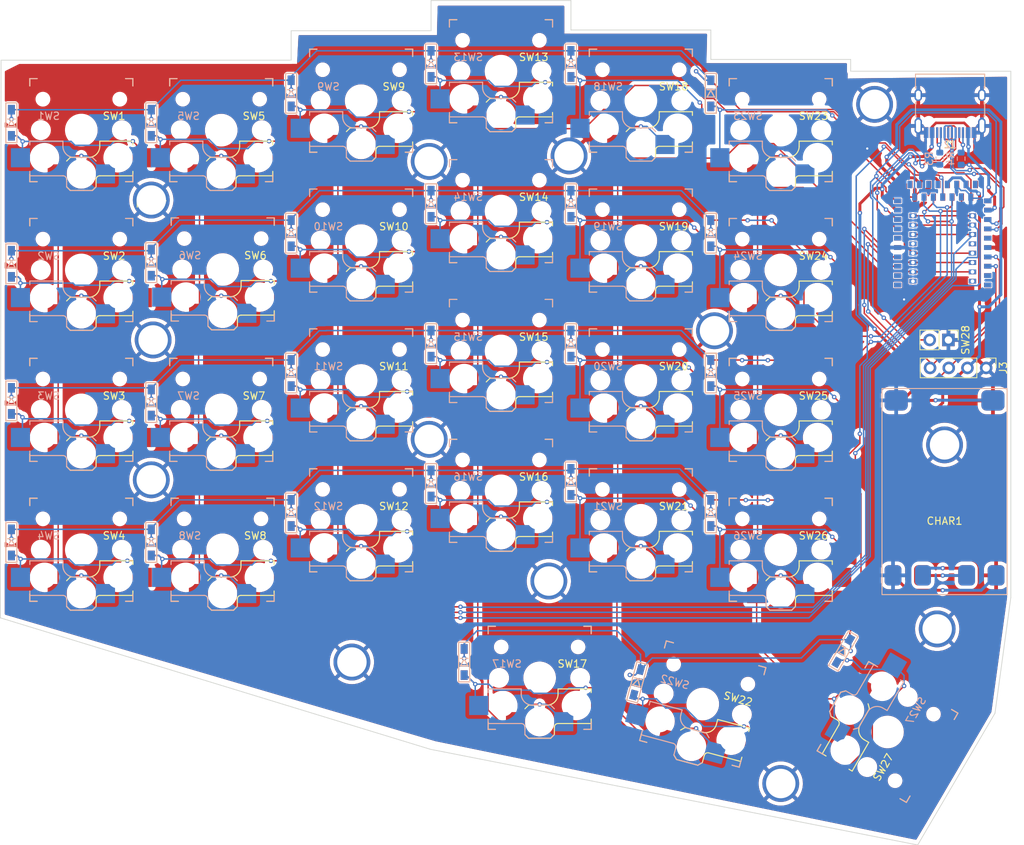
<source format=kicad_pcb>
(kicad_pcb (version 20211014) (generator pcbnew)
  (layers (0 "F.Cu" signal) (31 "B.Cu" signal) (34 "B.Paste" user) (35 "F.Paste" user) (36 "B.SilkS" user "B.Silkscreen") (37 "F.SilkS" user "F.Silkscreen") (38 "B.Mask" user) (39 "F.Mask" user) (44 "Edge.Cuts" user))
  (net 0 "")
  (net 1 "Net-(D1-Pad2)")
  (net 2 "Net-(D2-Pad2)")
  (net 3 "Net-(D3-Pad2)")
  (net 4 "Net-(D4-Pad2)")
  (net 5 "Net-(D5-Pad2)")
  (net 6 "Net-(D6-Pad2)")
  (net 7 "Net-(D7-Pad2)")
  (net 8 "Net-(D8-Pad2)")
  (net 9 "Net-(D9-Pad2)")
  (net 10 "Net-(D10-Pad2)")
  (net 11 "Net-(D11-Pad2)")
  (net 12 "Net-(D12-Pad2)")
  (net 13 "Net-(D13-Pad2)")
  (net 14 "Net-(D14-Pad2)")
  (net 15 "Net-(D15-Pad2)")
  (net 16 "Net-(D16-Pad2)")
  (net 17 "Net-(D17-Pad2)")
  (net 18 "Net-(D18-Pad2)")
  (net 19 "Net-(D19-Pad2)")
  (net 20 "Net-(D20-Pad2)")
  (net 21 "Net-(D21-Pad2)")
  (net 22 "Net-(D22-Pad2)")
  (net 23 "Net-(D23-Pad2)")
  (net 24 "Net-(D24-Pad2)")
  (net 25 "Net-(D25-Pad2)")
  (net 26 "Net-(D26-Pad2)")
  (net 27 "Net-(D27-Pad2)")
  (net 28 "CO0")
  (net 29 "CO1")
  (net 30 "CO2")
  (net 31 "CO3")
  (net 32 "CO4")
  (net 33 "CO5")
  (net 34 "BAT-")
  (net 35 "DMF")
  (net 36 "DPF")
  (net 37 "RO0")
  (net 40 "RO1")
  (net 41 "RO2")
  (net 42 "RO3")
  (net 43 "RO4")
  (net 44 "CC1F")
  (net 54 "VCC")
  (net 62 "GND")
  (net 91 "VBUSB")
  (net 92 "DMB")
  (net 93 "DPB")
  (net 94 "CC1B")
  (net 95 "RWDIO")
  (net 96 "SWDCLK")
  (net 97 "BAT+")
  (net 98 "RST")
  (footprint "kbd:D3_SMD" (layer "F.Cu") (at 135 114 -90)
    (fp_text reference "D16" hide)
    (fp_text value "D" hide)
  )
  (footprint "" (layer "F.Cu") (at 97 113.5)
    (fp_text reference "")
    (fp_text value "")
  )
  (footprint "keyswitches:Kailh_socket_PG1350_reversible" (layer "F.Cu") (at 182.5 123)
    (fp_text reference "SW26")
    (fp_text value "SW_Push")
  )
  (footprint "keyswitches:Kailh_socket_PG1350_reversible" (layer "F.Cu") (at 125.5 81)
    (fp_text reference "SW10")
    (fp_text value "SW_Push")
  )
  (footprint "" (layer "F.Cu") (at 203.75 133.75)
    (fp_text reference "")
    (fp_text value "")
  )
  (footprint "kbd:D3_SMD" (layer "F.Cu") (at 78 84.155 -90)
    (fp_text reference "D2" hide)
    (fp_text value "D" hide)
  )
  (footprint "Connector_PinHeader_2.54mm:PinHeader_1x04_P2.54mm_Vertical" (layer "F.Cu") (at 210.4 98.299997 -90)
    (fp_text reference "J3")
    (fp_text value "Conn_01x04")
  )
  (footprint "" (layer "F.Cu") (at 173.5 93.25)
    (fp_text reference "")
    (fp_text value "")
  )
  (footprint "keyswitches:Kailh_socket_PG1350_reversible" (layer "F.Cu") (at 87.5 123)
    (fp_text reference "SW4")
    (fp_text value "SW_Push")
  )
  (footprint "keyswitches:Kailh_socket_PG1350_reversible" (layer "F.Cu") (at 144.5 115)
    (fp_text reference "SW16")
    (fp_text value "SW_Push")
  )
  (footprint "Charging:4056_Charging_Type_C" (layer "F.Cu") (at 204.75 96.095)
    (fp_text reference "CHAR1")
    (fp_text value "Charging_Module")
  )
  (footprint "keyswitches:Kailh_socket_PG1350_reversible" (layer "F.Cu") (at 144.5 96)
    (fp_text reference "SW15")
    (fp_text value "SW_Push")
  )
  (footprint "keyswitches:Kailh_socket_PG1350_reversible" (layer "F.Cu") (at 182.5 85)
    (fp_text reference "SW24")
    (fp_text value "SW_Push")
  )
  (footprint "keyswitches:Kailh_socket_PG1350_reversible" (layer "F.Cu") (at 106.5 104)
    (fp_text reference "SW7")
    (fp_text value "SW_Push")
  )
  (footprint "kbd:D3_SMD" (layer "F.Cu") (at 116 80 -90)
    (fp_text reference "D10" hide)
    (fp_text value "D" hide)
  )
  (footprint "kbd:D3_SMD" (layer "F.Cu") (at 116 61 -90)
    (fp_text reference "D9" hide)
    (fp_text value "D" hide)
  )
  (footprint "kbd:D3_SMD" (layer "F.Cu") (at 97 65 -90)
    (fp_text reference "D5" hide)
    (fp_text value "D" hide)
  )
  (footprint "kbd:D3_SMD" (layer "F.Cu") (at 97 122 -90)
    (fp_text reference "D8" hide)
    (fp_text value "D" hide)
  )
  (footprint "kbd:D3_SMD" (layer "F.Cu") (at 97 84 -90)
    (fp_text reference "D6" hide)
    (fp_text value "D" hide)
  )
  (footprint "kbd:D3_SMD" (layer "F.Cu") (at 173 80 -90)
    (fp_text reference "D24" hide)
    (fp_text value "D" hide)
  )
  (footprint "kbd:D3_SMD" (layer "F.Cu") (at 154 57 -90)
    (fp_text reference "D18" hide)
    (fp_text value "D" hide)
  )
  (footprint "keyswitches:Kailh_socket_PG1350_reversible" (layer "F.Cu") (at 149.75 140.4)
    (fp_text reference "SW17")
    (fp_text value "SW_Push")
  )
  (footprint "kbd:D3_SMD" (layer "F.Cu") (at 154 95 -90)
    (fp_text reference "D20" hide)
    (fp_text value "D" hide)
  )
  (footprint "kbd:D3_SMD" (layer "F.Cu") (at 116 118 -90)
    (fp_text reference "D12" hide)
    (fp_text value "D" hide)
  )
  (footprint "kbd:D3_SMD" (layer "F.Cu") (at 173 118 -90)
    (fp_text reference "D26" hide)
    (fp_text value "D" hide)
  )
  (footprint "kbd:D3_SMD" (layer "F.Cu") (at 173 61 -90)
    (fp_text reference "D23" hide)
    (fp_text value "D" hide)
  )
  (footprint "" (layer "F.Cu") (at 134.75 108)
    (fp_text reference "")
    (fp_text value "")
  )
  (footprint "kbd:D3_SMD" (layer "F.Cu") (at 135 57 -90)
    (fp_text reference "D13" hide)
    (fp_text value "D" hide)
  )
  (footprint "" (layer "F.Cu") (at 134.75 70.25)
    (fp_text reference "")
    (fp_text value "")
  )
  (footprint "keyswitches:Kailh_socket_PG1350_reversible" (layer "F.Cu") (at 197 147.75 -120)
    (fp_text reference "SW27")
    (fp_text value "SW_Push")
  )
  (footprint "Connector_USB:USB_C_Receptacle_HRO_TYPE-C-31-M-12" (layer "F.Cu") (at 205.5 62.3 180)
    (fp_text reference "J1")
    (fp_text value "USB_C_Receptacle_USB2.0")
  )
  (footprint "keyswitches:Kailh_socket_PG1350_reversible" (layer "F.Cu") (at 87.5 66)
    (fp_text reference "SW1")
    (fp_text value "SW_Push")
  )
  (footprint "kbd:D3_SMD" (layer "F.Cu") (at 78 65 -90)
    (fp_text reference "D1" hide)
    (fp_text value "D" hide)
  )
  (footprint "kbd:D3_SMD" (layer "F.Cu") (at 139.5 138.25 -90)
    (fp_text reference "D17" hide)
    (fp_text value "D" hide)
  )
  (footprint "keyswitches:Kailh_socket_PG1350_reversible" (layer "F.Cu") (at 144.5 58)
    (fp_text reference "SW13")
    (fp_text value "SW_Push")
  )
  (footprint "kbd:D3_SMD" (layer "F.Cu") (at 154 76 -90)
    (fp_text reference "D19" hide)
    (fp_text value "D" hide)
  )
  (footprint "keyswitches:Kailh_socket_PG1350_reversible" (layer "F.Cu") (at 163.5 81)
    (fp_text reference "SW19")
    (fp_text value "SW_Push")
  )
  (footprint "keyswitches:Kailh_socket_PG1350_reversible" (layer "F.Cu") (at 106.5 66)
    (fp_text reference "SW5")
    (fp_text value "SW_Push")
  )
  (footprint "kbd:D3_SMD" (layer "F.Cu") (at 97 103 -90)
    (fp_text reference "D7" hide)
    (fp_text value "D" hide)
  )
  (footprint "keyswitches:Kailh_socket_PG1350_reversible" (layer "F.Cu") (at 106.68 123)
    (fp_text reference "SW8")
    (fp_text value "SW_Push")
  )
  (footprint "keyswitches:Kailh_socket_PG1350_reversible" (layer "F.Cu") (at 125.5 62)
    (fp_text reference "SW9")
    (fp_text value "SW_Push")
  )
  (footprint "" (layer "F.Cu") (at 97.25 94.5)
    (fp_text reference "")
    (fp_text value "")
  )
  (footprint "kbd:D3_SMD" (layer "F.Cu") (at 135 95 -90)
    (fp_text reference "D15" hide)
    (fp_text value "D" hide)
  )
  (footprint "" (layer "F.Cu") (at 153.75 69.5)
    (fp_text reference "")
    (fp_text value "")
  )
  (footprint "kbd:D3_SMD" (layer "F.Cu") (at 191 136.75 -120)
    (fp_text reference "D27" hide)
    (fp_text value "D" hide)
  )
  (footprint "keyswitches:Kailh_socket_PG1350_reversible" (layer "F.Cu") (at 87.5 85)
    (fp_text reference "SW2")
    (fp_text value "SW_Push")
  )
  (footprint "kbd:M2_Hole_TH_Outside" (layer "F.Cu") (at 97 75.5)
    (fp_text reference "REF**")
    (fp_text value "M2_Hole_TH_Outside")
  )
  (footprint "kbd:D3_SMD" (layer "F.Cu") (at 163 141 -105)
    (fp_text reference "D22" hide)
    (fp_text value "D" hide)
  )
  (footprint "keyswitches:Kailh_socket_PG1350_reversible" (layer "F.Cu") (at 182.5 66)
    (fp_text reference "SW23")
    (fp_text value "SW_Push")
  )
  (footprint "" (layer "F.Cu") (at 182.5 154.75)
    (fp_text reference "")
    (fp_text value "")
  )
  (footprint "kbd:D3_SMD" (layer "F.Cu") (at 78 102.775 -90)
    (fp_text reference "D3" hide)
    (fp_text value "D" hide)
  )
  (footprint "keyswitches:Kailh_socket_PG1350_reversible" (layer "F.Cu") (at 106.7 84.93)
    (fp_text reference "SW6")
    (fp_text value "SW_Push")
  )
  (footprint "keyswitches:Kailh_socket_PG1350_reversible" (layer "F.Cu") (at 171.909359 143.954301 -15)
    (fp_text reference "SW22")
    (fp_text value "SW_Push")
  )
  (footprint "kbd:D3_SMD" (layer "F.Cu") (at 154 113.775 -90)
    (fp_text reference "D21" hide)
    (fp_text value "D" hide)
  )
  (footprint "kbd:D3_SMD" (layer "F.Cu") (at 78 122 -90)
    (fp_text reference "D4" hide)
    (fp_text value "D" hide)
  )
  (footprint "keyswitches:Kailh_socket_PG1350_reversible" (layer "F.Cu") (at 125.5 119)
    (fp_text reference "SW12")
    (fp_text value "SW_Push")
  )
  (footprint "keyswitches:Kailh_socket_PG1350_reversible" (layer "F.Cu") (at 163.5 100)
    (fp_text reference "SW20")
    (fp_text value "SW_Push")
  )
  (footprint "keyswitches:Kailh_socket_PG1350_reversible" (layer "F.Cu") (at 182.5 104)
    (fp_text reference "SW25")
    (fp_text value "SW_Push")
  )
  (footprint "" (layer "F.Cu") (at 204.75 108.75)
    (fp_text reference "")
    (fp_text value "")
  )
  (footprint "kbd:D3_SMD" (layer "F.Cu") (at 135 76 -90)
    (fp_text reference "D14" hide)
    (fp_text value "D" hide)
  )
  (footprint "" (layer "F.Cu") (at 151 127.25)
    (fp_text reference "")
    (fp_text value "")
  )
  (footprint "keyswitches:Kailh_socket_PG1350_reversible" (layer "F.Cu") (at 163.5 62)
    (fp_text reference "SW18")
    (fp_text value "SW_Push")
  )
  (footprint "" (layer "F.Cu") (at 124.25 138.25)
    (fp_text reference "")
    (fp_text value "")
  )
  (footprint "Connector_PinHeader_2.54mm:PinHeader_1x02_P2.54mm_Vertical" (layer "F.Cu") (at 205.275 94.5 -90)
    (fp_text reference "SW28")
    (fp_text value "SW_SPST")
  )
  (footprint "keyswitches:Kailh_socket_PG1350_reversible" (layer "F.Cu") (at 125.5 100)
    (fp_text reference "SW11")
    (fp_text value "SW_Push")
  )
  (footprint "keyswitches:Kailh_socket_PG1350_reversible" (layer "F.Cu") (at 163.5 119)
    (fp_text reference "SW21")
    (fp_text value "SW_Push")
  )
  (footprint "" (layer "F.Cu") (at 195.25 62.5)
    (fp_text reference "")
    (fp_text value "")
  )
  (footprint "kbd:D3_SMD" (layer "F.Cu") (at 173 99 -90)
    (fp_text reference "D25" hide)
    (fp_text value "D" hide)
  )
  (footprint "E73-2G4M08S1C:E73-2G4M08S1C-52840" (layer "F.Cu") (at 204.5 73 -90)
    (fp_text reference "U2" hide)
    (fp_text value "E73-2G4M08S1C" hide)
  )
  (footprint "keyswitches:Kailh_socket_PG1350_reversible" (layer "F.Cu") (at 144.5 77)
    (fp_text reference "SW14")
    (fp_text value "SW_Push")
  )
  (footprint "keyswitches:Kailh_socket_PG1350_reversible" (layer "F.Cu") (at 87.5 104)
    (fp_text reference "SW3")
    (fp_text value "SW_Push")
  )
  (footprint "kbd:D3_SMD" (layer "F.Cu") (at 116 99 -90)
    (fp_text reference "D11" hide)
    (fp_text value "D" hide)
  )
  (footprint "E73-2G4M08S1C:E73-2G4M08S1C-52840" (layer "B.Cu") (at 204.5 73 -90)
    (fp_text reference "U1" hide)
    (fp_text value "E73-2G4M08S1C" hide)
  )
  (footprint "Connector_USB:USB_C_Receptacle_HRO_TYPE-C-31-M-12" (layer "B.Cu") (at 205.5 62.3)
    (fp_text reference "J2")
    (fp_text value "USB_C_Receptacle_USB2.0")
  )
  (footprint "Resistor_SMD:R_0603_1608Metric" (layer "B.Cu") (at 207 69.875 -90)
    (fp_text reference "R4")
    (fp_text value "5.1K")
  )
  (footprint "Resistor_SMD:R_0603_1608Metric" (layer "B.Cu") (at 204.1 69.875 -90)
    (fp_text reference "R3")
    (fp_text value "5.1K")
  )
  (gr_line (start 76.5 132.25) (end 134.9 150.1) (layer "Edge.Cuts") (width 0.1))
  (gr_line (start 154 52.4) (end 154 48.4) (layer "Edge.Cuts") (width 0.1))
  (gr_line (start 173 56.4) (end 173 52.4) (layer "Edge.Cuts") (width 0.1))
  (gr_line (start 116 56.5) (end 76.6 56.5) (layer "Edge.Cuts") (width 0.1))
  (gr_line (start 201.1 163.1) (end 211.6 145.2) (layer "Edge.Cuts") (width 0.1))
  (gr_line (start 192 56.4) (end 192 58) (layer "Edge.Cuts") (width 0.1))
  (gr_line (start 154 48.4) (end 135 48.4) (layer "Edge.Cuts") (width 0.1))
  (gr_line (start 116 52.5) (end 116 56.5) (layer "Edge.Cuts") (width 0.1))
  (gr_line (start 173 52.4) (end 154 52.4) (layer "Edge.Cuts") (width 0.1))
  (gr_line (start 213.75 58) (end 192 58) (layer "Edge.Cuts") (width 0.1))
  (gr_line (start 76.6 56.5) (end 76.5 132.25) (layer "Edge.Cuts") (width 0.1))
  (gr_line (start 135 52.5) (end 116 52.5) (layer "Edge.Cuts") (width 0.1))
  (gr_line (start 134.9 150.1) (end 201.1 163.1) (layer "Edge.Cuts") (width 0.1))
  (gr_line (start 211.6 145.2) (end 213.75 129.5) (layer "Edge.Cuts") (width 0.1))
  (gr_line (start 192 56.4) (end 173 56.4) (layer "Edge.Cuts") (width 0.1))
  (gr_line (start 213.75 129.5) (end 213.75 58) (layer "Edge.Cuts") (width 0.1))
  (gr_line (start 135 48.4) (end 135 52.5) (layer "Edge.Cuts") (width 0.1))
  (segment (start 94.5 67.5) (end 95 68) (width 0.2) (layer "F.Cu") (net 1))
  (segment (start 78.766615 66.775) (end 79.525154 67.533539) (width 0.2) (layer "F.Cu") (net 1))
  (segment (start 95 68) (end 95 68.5) (width 0.2) (layer "F.Cu") (net 1))
  (segment (start 78 66.775) (end 78.766615 66.775) (width 0.2) (layer "F.Cu") (net 1))
  (via (at 94.5 67.5) (size 0.6) (drill 0.3) (layers "F.Cu" "B.Cu") (net 1))
  (via (at 79.525154 67.533539) (size 0.6) (drill 0.3) (layers "F.Cu" "B.Cu") (net 1))
  (segment (start 78 66.775) (end 78.766615 66.775) (width 0.2) (layer "B.Cu") (net 1))
  (segment (start 86.113893 67.533539) (end 86.644855 68.064501) (width 0.2) (layer "B.Cu") (net 1))
  (segment (start 91.435499 68.064501) (end 92 67.5) (width 0.2) (layer "B.Cu") (net 1))
  (segment (start 79.525154 67.533539) (end 86.113893 67.533539) (width 0.2) (layer "B.Cu") (net 1))
  (segment (start 78.766615 66.775) (end 79.525154 67.533539) (width 0.2) (layer "B.Cu") (net 1))
  (segment (start 92 67.5) (end 94.5 67.5) (width 0.2) (layer "B.Cu") (net 1))
  (segment (start 79.225 69.75) (end 79.5 69.475) (width 0.2) (layer "B.Cu") (net 1))
  (segment (start 86.644855 68.064501) (end 91.435499 68.064501) (width 0.2) (layer "B.Cu") (net 1))
  (segment (start 79.5 69.475) (end 79.5 67.558693) (width 0.2) (layer "B.Cu") (net 1))
  (segment (start 94 86.5) (end 95 86.5) (width 0.2) (layer "F.Cu") (net 2))
  (segment (start 78 85.93) (end 78.93 85.93) (width 0.2) (layer "F.Cu") (net 2))
  (segment (start 78.93 85.93) (end 79.225 86.225) (width 0.2) (layer "F.Cu") (net 2))
  (segment (start 95 86.5) (end 95.775 87.275) (width 0.2) (layer "F.Cu") (net 2))
  (segment (start 95.775 87.275) (end 95.775 88.75) (width 0.2) (layer "F.Cu") (net 2))
  (segment (start 79.225 86.225) (end 79.225 86.775) (width 0.2) (layer "F.Cu") (net 2))
  (via (at 94 86.5) (size 0.6) (drill 0.3) (layers "F.Cu" "B.Cu") (net 2))
  (via (at 79.225 86.775) (size 0.6) (drill 0.3) (layers "F.Cu" "B.Cu") (net 2))
  (segment (start 79.225 86.775) (end 79.225 88.75) (width 0.2) (layer "B.Cu") (net 2))
  (segment (start 91.435499 87.064501) (end 92 86.5) (width 0.2) (layer "B.Cu") (net 2))
  (segment (start 79.225 86.225) (end 79.225 86.775) (width 0.2) (layer "B.Cu") (net 2))
  (segment (start 78 85.93) (end 78.93 85.93) (width 0.2) (layer "B.Cu") (net 2))
  (segment (start 79.225 86.775) (end 86.355354 86.775) (width 0.2) (layer "B.Cu") (net 2))
  (segment (start 86.355354 86.775) (end 86.644855 87.064501) (width 0.2) (layer "B.Cu") (net 2))
  (segment (start 86.644855 87.064501) (end 91.435499 87.064501) (width 0.2) (layer "B.Cu") (net 2))
  (segment (start 78.93 85.93) (end 79.225 86.225) (width 0.2) (layer "B.Cu") (net 2))
  (segment (start 92 86.5) (end 94 86.5) (width 0.2) (layer "B.Cu") (net 2))
  (segment (start 79.05 104.55) (end 79.5 105) (width 0.2) (layer "F.Cu") (net 3))
  (segment (start 95.775 106.275) (end 95.775 107.75) (width 0.2) (layer "F.Cu") (net 3))
  (segment (start 94 105.5) (end 95 105.5) (width 0.2) (layer "F.Cu") (net 3))
  (segment (start 95 105.5) (end 95.775 106.275) (width 0.2) (layer "F.Cu") (net 3))
  (segment (start 78 104.55) (end 79.05 104.55) (width 0.2) (layer "F.Cu") (net 3))
  (via (at 94 105.5) (size 0.6) (drill 0.3) (layers "F.Cu" "B.Cu") (net 3))
  (via (at 79.5 105) (size 0.6) (drill 0.3) (layers "F.Cu" "B.Cu") (net 3))
  (segment (start 78 104.55) (end 79.05 104.55) (width 0.2) (layer "B.Cu") (net 3))
  (segment (start 92.133703 105.5) (end 94 105.5) (width 0.2) (layer "B.Cu") (net 3))
  (segment (start 79.700901 105.200901) (end 85.781255 105.200901) (width 0.2) (layer "B.Cu") (net 3))
  (segment (start 79.5 105) (end 79.5 107.475) (width 0.2) (layer "B.Cu") (net 3))
  (segment (start 79.05 104.55) (end 79.5 105) (width 0.2) (layer "B.Cu") (net 3))
  (segment (start 91.569202 106.064501) (end 92.133703 105.5) (width 0.2) (layer "B.Cu") (net 3))
  (segment (start 86.644855 106.064501) (end 91.569202 106.064501) (width 0.2) (layer "B.Cu") (net 3))
  (segment (start 85.781255 105.200901) (end 86.644855 106.064501) (width 0.2) (layer "B.Cu") (net 3))
  (segment (start 79.5 105) (end 79.700901 105.200901) (width 0.2) (layer "B.Cu") (net 3))
  (segment (start 79.5 107.475) (end 79.225 107.75) (width 0.2) (layer "B.Cu") (net 3))
  (segment (start 78 123.775) (end 78.775 123.775) (width 0.2) (layer "F.Cu") (net 4))
  (segment (start 95.25 124.5) (end 95.775 125.025) (width 0.2) (layer "F.Cu") (net 4))
  (segment (start 78.775 123.775) (end 79.25 124.25) (width 0.2) (layer "F.Cu") (net 4))
  (segment (start 95.775 125.025) (end 95.775 126.75) (width 0.2) (layer "F.Cu") (net 4))
  (segment (start 93.75 124.5) (end 95.25 124.5) (width 0.2) (layer "F.Cu") (net 4))
  (via (at 79.25 124.25) (size 0.6) (drill 0.3) (layers "F.Cu" "B.Cu") (net 4))
  (via (at 93.75 124.5) (size 0.6) (drill 0.3) (layers "F.Cu" "B.Cu") (net 4))
  (segment (start 85.830354 124.25) (end 86.644855 125.064501) (width 0.2) (layer "B.Cu") (net 4))
  (segment (start 92.25 124.5) (end 93.75 124.5) (width 0.2) (layer "B.Cu") (net 4))
  (segment (start 86.644855 125.064501) (end 91.685499 125.064501) (width 0.2) (layer "B.Cu") (net 4))
  (segment (start 79.25 124.25) (end 85.830354 124.25) (width 0.2) (layer "B.Cu") (net 4))
  (segment (start 79.225 124.275) (end 79.225 126.75) (width 0.2) (layer "B.Cu") (net 4))
  (segment (start 78 123.775) (end 78.775 123.775) (width 0.2) (layer "B.Cu") (net 4))
  (segment (start 78.775 123.775) (end 79.25 124.25) (width 0.2) (layer "B.Cu") (net 4))
  (segment (start 79.25 124.25) (end 79.225 124.275) (width 0.2) (layer "B.Cu") (net 4))
  (segment (start 91.685499 125.064501) (end 92.25 124.5) (width 0.2) (layer "B.Cu") (net 4))
  (segment (start 113 67.5) (end 114.25 67.5) (width 0.2) (layer "F.Cu") (net 5))
  (segment (start 114.25 67.5) (end 114.775 68.025) (width 0.2) (layer "F.Cu") (net 5))
  (segment (start 97.775 66.775) (end 98.25 67.25) (width 0.2) (layer "F.Cu") (net 5))
  (segment (start 114.775 68.025) (end 114.775 69.75) (width 0.2) (layer "F.Cu") (net 5))
  (segment (start 97 66.775) (end 97.775 66.775) (width 0.2) (layer "F.Cu") (net 5))
  (via (at 113 67.5) (size 0.6) (drill 0.3) (layers "F.Cu" "B.Cu") (net 5))
  (via (at 98.25 67.25) (size 0.6) (drill 0.3) (layers "F.Cu" "B.Cu") (net 5))
  (segment (start 98.25 67.25) (end 98.225 67.275) (width 0.2) (layer "B.Cu") (net 5))
  (segment (start 98.225 67.275) (end 98.225 69.75) (width 0.2) (layer "B.Cu") (net 5))
  (segment (start 110.133703 68.5) (end 111.133703 67.5) (width 0.2) (layer "B.Cu") (net 5))
  (segment (start 98.25 67.25) (end 104.830354 67.25) (width 0.2) (layer "B.Cu") (net 5))
  (segment (start 106.080354 68.5) (end 110.133703 68.5) (width 0.2) (layer "B.Cu") (net 5))
  (segment (start 111.133703 67.5) (end 113 67.5) (width 0.2) (layer "B.Cu") (net 5))
  (segment (start 97 66.775) (end 97.775 66.775) (width 0.2) (layer "B.Cu") (net 5))
  (segment (start 104.830354 67.25) (end 106.080354 68.5) (width 0.2) (layer "B.Cu") (net 5))
  (segment (start 97.775 66.775) (end 98.25 67.25) (width 0.2) (layer "B.Cu") (net 5))
  (segment (start 98.025 85.775) (end 98.5 86.25) (width 0.2) (layer "F.Cu") (net 6))
  (segment (start 114.5 86.5) (end 114.975 86.975) (width 0.2) (layer "F.Cu") (net 6))
  (segment (start 113.25 86.5) (end 114.5 86.5) (width 0.2) (layer "F.Cu") (net 6))
  (segment (start 97 85.775) (end 98.025 85.775) (width 0.2) (layer "F.Cu") (net 6))
  (segment (start 114.975 86.975) (end 114.975 88.68) (width 0.2) (layer "F.Cu") (net 6))
  (via (at 98.5 86.25) (size 0.6) (drill 0.3) (layers "F.Cu" "B.Cu") (net 6))
  (via (at 113.25 86.5) (size 0.6) (drill 0.3) (layers "F.Cu" "B.Cu") (net 6))
  (segment (start 98.5 86.25) (end 105.100354 86.25) (width 0.2) (layer "B.Cu") (net 6))
  (segment (start 110.513703 87.25) (end 111.263703 86.5) (width 0.2) (layer "B.Cu") (net 6))
  (segment (start 97 85.775) (end 98.025 85.775) (width 0.2) (layer "B.Cu") (net 6))
  (segment (start 98.025 85.775) (end 98.5 86.25) (width 0.2) (layer "B.Cu") (net 6))
  (segment (start 98.425 86.325) (end 98.425 88.68) (width 0.2) (layer "B.Cu") (net 6))
  (segment (start 98.5 86.25) (end 98.425 86.325) (width 0.2) (layer "B.Cu") (net 6))
  (segment (start 106.100354 87.25) (end 110.513703 87.25) (width 0.2) (layer "B.Cu") (net 6))
  (segment (start 105.100354 86.25) (end 106.100354 87.25) (width 0.2) (layer "B.Cu") (net 6))
  (segment (start 111.263703 86.5) (end 113.25 86.5) (width 0.2) (layer "B.Cu") (net 6))
  (segment (start 114.775 106.025) (end 114.775 107.75) (width 0.2) (layer "F.Cu") (net 7))
  (segment (start 97 104.775) (end 97.775 104.775) (width 0.2) (layer "F.Cu") (net 7))
  (segment (start 112.75 105.5) (end 114.25 105.5) (width 0.2) (layer "F.Cu") (net 7))
  (segment (start 114.25 105.5) (end 114.775 106.025) (width 0.2) (layer "F.Cu") (net 7))
  (segment (start 97.775 104.775) (end 98.25 105.25) (width 0.2) (layer "F.Cu") (net 7))
  (via (at 98.25 105.25) (size 0.6) (drill 0.3) (layers "F.Cu" "B.Cu") (net 7))
  (via (at 112.75 105.5) (size 0.6) (drill 0.3) (layers "F.Cu" "B.Cu") (net 7))
  (segment (start 98.225 105.275) (end 98.225 107.75) (width 0.2) (layer "B.Cu") (net 7))
  (segment (start 104.830354 105.25) (end 105.644855 106.064501) (width 0.2) (layer "B.Cu") (net 7))
  (segment (start 98.25 105.25) (end 98.225 105.275) (width 0.2) (layer "B.Cu") (net 7))
  (segment (start 111.25 105.5) (end 112.75 105.5) (width 0.2) (layer "B.Cu") (net 7))
  (segment (start 110.685499 106.064501) (end 111.25 105.5) (width 0.2) (layer "B.Cu") (net 7))
  (segment (start 97.775 104.775) (end 98.25 105.25) (width 0.2) (layer "B.Cu") (net 7))
  (segment (start 105.644855 106.064501) (end 110.685499 106.064501) (width 0.2) (layer "B.Cu") (net 7))
  (segment (start 98.25 105.25) (end 104.830354 105.25) (width 0.2) (layer "B.Cu") (net 7))
  (segment (start 97 104.775) (end 97.775 104.775) (width 0.2) (layer "B.Cu") (net 7))
  (segment (start 97 123.775) (end 98.025 123.775) (width 0.2) (layer "F.Cu") (net 8))
  (segment (start 113.25 124.5) (end 114.5 124.5) (width 0.2) (layer "F.Cu") (net 8))
  (segment (start 98.025 123.775) (end 98.5 124.25) (width 0.2) (layer "F.Cu") (net 8))
  (segment (start 114.955 124.955) (end 114.955 126.75) (width 0.2) (layer "F.Cu") (net 8))
  (segment (start 114.5 124.5) (end 114.955 124.955) (width 0.2) (layer "F.Cu") (net 8))
  (via (at 113.25 124.5) (size 0.6) (drill 0.3) (layers "F.Cu" "B.Cu") (net 8))
  (via (at 98.5 124.25) (size 0.6) (drill 0.3) (layers "F.Cu" "B.Cu") (net 8))
  (segment (start 98.25 124) (end 98.5 124.25) (width 0.2) (layer "B.Cu") (net 8))
  (segment (start 105.824855 125.064501) (end 110.685499 125.064501) (width 0.2) (layer "B.Cu") (net 8))
  (segment (start 98.5 124.25) (end 98.405 124.345) (width 0.2) (layer "B.Cu") (net 8))
  (segment (start 98.405 124.345) (end 98.405 126.75) (width 0.2) (layer "B.Cu") (net 8))
  (segment (start 111.25 124.5) (end 113.25 124.5) (width 0.2) (layer "B.Cu") (net 8))
  (segment (start 105.010354 124.25) (end 105.824855 125.064501) (width 0.2) (layer "B.Cu") (net 8))
  (segment (start 98.5 124.25) (end 105.010354 124.25) (width 0.2) (layer "B.Cu") (net 8))
  (segment (start 110.685499 125.064501) (end 111.25 124.5) (width 0.2) (layer "B.Cu") (net 8))
  (segment (start 97 123.775) (end 98.025 123.775) (width 0.2) (layer "B.Cu") (net 8))
  (segment (start 98.025 123.775) (end 98.25 124) (width 0.2) (layer "B.Cu") (net 8))
  (segment (start 133.775 63.775) (end 133.775 65.75) (width 0.2) (layer "F.Cu") (net 9))
  (segment (start 116 62.775) (end 116.775 62.775) (width 0.2) (layer "F.Cu") (net 9))
  (segment (start 116.775 62.775) (end 117.25 63.25) (width 0.2) (layer "F.Cu") (net 9))
  (segment (start 132 63.5) (end 133.5 63.5) (width 0.2) (layer "F.Cu") (net 9))
  (segment (start 133.5 63.5) (end 133.775 63.775) (width 0.2) (layer "F.Cu") (net 9))
  (via (at 117.25 63.25) (size 0.6) (drill 0.3) (layers "F.Cu" "B.Cu") (net 9))
  (via (at 132 63.5) (size 0.6) (drill 0.3) (layers "F.Cu" "B.Cu") (net 9))
  (segment (start 117.225 63.275) (end 117.225 65.75) (width 0.2) (layer "B.Cu") (net 9))
  (segment (start 116 62.775) (end 116.775 62.775) (width 0.2) (layer "B.Cu") (net 9))
  (segment (start 116.775 62.775) (end 117.25 63.25) (width 0.2) (layer "B.Cu") (net 9))
  (segment (start 117.25 63.25) (end 123.830354 63.25) (width 0.2) (layer "B.Cu") (net 9))
  (segment (start 129 64.25) (end 129.75 63.5) (width 0.2) (layer "B.Cu") (net 9))
  (segment (start 117.25 63.25) (end 117.225 63.275) (width 0.2) (layer "B.Cu") (net 9))
  (segment (start 129.75 63.5) (end 132 63.5) (width 0.2) (layer "B.Cu") (net 9))
  (segment (start 123.830354 63.25) (end 124.830354 64.25) (width 0.2) (layer "B.Cu") (net 9))
  (segment (start 124.830354 64.25) (end 129 64.25) (width 0.2) (layer "B.Cu") (net 9))
  (segment (start 116.797959 81.775) (end 117.244709 82.22175) (width 0.2) (layer "F.Cu") (net 10))
  (segment (start 133.775 82.775) (end 133.775 84.75) (width 0.2) (layer "F.Cu") (net 10))
  (segment (start 132 82.5) (end 133.5 82.5) (width 0.2) (layer "F.Cu") (net 10))
  (segment (start 133.5 82.5) (end 133.775 82.775) (width 0.2) (layer "F.Cu") (net 10))
  (segment (start 116 81.775) (end 116.797959 81.775) (width 0.2) (layer "F.Cu") (net 10))
  (via (at 117.244709 82.22175) (size 0.6) (drill 0.3) (layers "F.Cu" "B.Cu") (net 10))
  (via (at 132 82.5) (size 0.6) (drill 0.3) (layers "F.Cu" "B.Cu") (net 10))
  (segment (start 130.000001 82.5) (end 132 82.5) (width 0.2) (layer "B.Cu") (net 10))
  (segment (start 117.244709 82.22175) (end 117.225 82.241459) (width 0.2) (layer "B.Cu") (net 10))
  (segment (start 124.830354 83.25) (end 129.250001 83.25) (width 0.2) (layer "B.Cu") (net 10))
  (segment (start 129.250001 83.25) (end 130.000001 82.5) (width 0.2) (layer "B.Cu") (net 10))
  (segment (start 116 81.775) (end 116.775 81.775) (width 0.2) (layer "B.Cu") (net 10))
  (segment (start 117.244709 82.22175) (end 117.25 82.25) (width 0.2) (layer "B.Cu") (net 10))
  (segment (start 117.225 82.241459) (end 117.225 84.75) (width 0.2) (layer "B.Cu") (net 10))
  (segment (start 116.775 81.775) (end 117.244709 82.22175) (width 0.2) (layer "B.Cu") (net 10))
  (segment (start 117.244709 82.22175) (end 123.802104 82.22175) (width 0.2) (layer "B.Cu") (net 10))
  (segment (start 123.802104 82.22175) (end 124.830354 83.25) (width 0.2) (layer "B.Cu") (net 10))
  (segment (start 133.775 102.025) (end 133.775 103.75) (width 0.2) (layer "F.Cu") (net 11))
  (segment (start 133.25 101.5) (end 133.775 102.025) (width 0.2) (layer "F.Cu") (net 11))
  (segment (start 131.75 101.5) (end 133.25 101.5) (width 0.2) (layer "F.Cu") (net 11))
  (segment (start 116.775 100.775) (end 117.25 101.25) (width 0.2) (layer "F.Cu") (net 11))
  (segment (start 116 100.775) (end 116.775 100.775) (width 0.2) (layer "F.Cu") (net 11))
  (via (at 131.75 101.5) (size 0.6) (drill 0.3) (layers "F.Cu" "B.Cu") (net 11))
  (via (at 117.25 101.25) (size 0.6) (drill 0.3) (layers "F.Cu" "B.Cu") (net 11))
  (segment (start 129.383703 102.25) (end 130.133703 101.5) (width 0.2) (layer "B.Cu") (net 11))
  (segment (start 123.75 101.25) (end 124.75 102.25) (width 0.2) (layer "B.Cu") (net 11))
  (segment (start 116 100.775) (end 116.775 100.775) (width 0.2) (layer "B.Cu") (net 11))
  (segment (start 124.75 102.25) (end 129.383703 102.25) (width 0.2) (layer "B.Cu") (net 11))
  (segment (start 117.25 101.25) (end 123.75 101.25) (width 0.2) (layer "B.Cu") (net 11))
  (segment (start 117.25 101.25) (end 117.225 101.275) (width 0.2) (layer "B.Cu") (net 11))
  (segment (start 117.225 101.275) (end 117.225 103.75) (width 0.2) (layer "B.Cu") (net 11))
  (segment (start 130.133703 101.5) (end 131.75 101.5) (width 0.2) (layer "B.Cu") (net 11))
  (segment (start 116.775 100.775) (end 117.25 101.25) (width 0.2) (layer "B.Cu") (net 11))
  (segment (start 116.775 119.775) (end 117.25 120.25) (width 0.2) (layer "F.Cu") (net 12))
  (segment (start 133.775 120.775) (end 133.775 122.75) (width 0.2) (layer "F.Cu") (net 12))
  (segment (start 131.75 120.5) (end 133.5 120.5) (width 0.2) (layer "F.Cu") (net 12))
  (segment (start 116 119.775) (end 116.775 119.775) (width 0.2) (layer "F.Cu") (net 12))
  (segment (start 133.5 120.5) (end 133.775 120.775) (width 0.2) (layer "F.Cu") (net 12))
  (via (at 117.25 120.25) (size 0.6) (drill 0.3) (layers "F.Cu" "B.Cu") (net 12))
  (via (at 131.75 120.5) (size 0.6) (drill 0.3) (layers "F.Cu" "B.Cu") (net 12))
  (segment (start 117.225 120.275) (end 117.225 122.75) (width 0.2) (layer "B.Cu") (net 12))
  (segment (start 130.25 120.5) (end 131.75 120.5) (width 0.2) (layer "B.Cu") (net 12))
  (segment (start 124.644855 121.064501) (end 129.685499 121.064501) (width 0.2) (layer "B.Cu") (net 12))
  (segment (start 117.25 120.25) (end 117.225 120.275) (width 0.2) (layer "B.Cu") (net 12))
  (segment (start 129.685499 121.064501) (end 130.25 120.5) (width 0.2) (layer "B.Cu") (net 12))
  (segment (start 116.775 119.775) (end 117.25 120.25) (width 0.2) (layer "B.Cu") (net 12))
  (segment (start 123.830354 120.25) (end 124.644855 121.064501) (width 0.2) (layer "B.Cu") (net 12))
  (segment (start 116 119.775) (end 116.775 119.775) (width 0.2) (layer "B.Cu") (net 12))
  (segment (start 117.25 120.25) (end 123.830354 120.25) (width 0.2) (layer "B.Cu") (net 12))
  (segment (start 150.5 59.5) (end 152 59.5) (width 0.2) (layer "F.Cu") (net 13))
  (segment (start 152 59.5) (end 152.775 60.275) (width 0.2) (layer "F.Cu") (net 13))
  (segment (start 152.775 60.275) (end 152.775 61.75) (width 0.2) (layer "F.Cu") (net 13))
  (segment (start 135.775 58.775) (end 136.25 59.25) (width 0.2) (layer "F.Cu") (net 13))
  (segment (start 135 58.775) (end 135.775 58.775) (width 0.2) (layer "F.Cu") (net 13))
  (via (at 136.25 59.25) (size 0.6) (drill 0.3) (layers "F.Cu" "B.Cu") (net 13))
  (via (at 150.5 59.5) (size 0.6) (drill 0.3) (layers "F.Cu" "B.Cu") (net 13))
  (segment (start 136 59) (end 136.25 59.25) (width 0.2) (layer "B.Cu") (net 13))
  (segment (start 136.25 59.25) (end 136.225 59.275) (width 0.2) (layer "B.Cu") (net 13))
  (segment (start 136.225 59.275) (end 136.225 61.75) (width 0.2) (layer "B.Cu") (net 13))
  (segment (start 142.830354 59.25) (end 143.644855 60.064501) (width 0.2) (layer "B.Cu") (net 13))
  (segment (start 135 58.775) (end 135.775 58.775) (width 0.2) (layer "B.Cu") (net 13))
  (segment (start 149.25 59.5) (end 150.5 59.5) (width 0.2) (layer "B.Cu") (net 13))
  (segment (start 148.685499 60.064501) (end 149.25 59.5) (width 0.2) (layer "B.Cu") (net 13))
  (segment (start 143.644855 60.064501) (end 148.685499 60.064501) (width 0.2) (layer "B.Cu") (net 13))
  (segment (start 136.25 59.25) (end 142.830354 59.25) (width 0.2) (layer "B.Cu") (net 13))
  (segment (start 135.775 58.775) (end 136 59) (width 0.2) (layer "B.Cu") (net 13))
  (segment (start 152 78.5) (end 152.775 79.275) (width 0.2) (layer "F.Cu") (net 14))
  (segment (start 135.775 77.775) (end 136.25 78.25) (width 0.2) (layer "F.Cu") (net 14))
  (segment (start 135 77.775) (end 135.775 77.775) (width 0.2) (layer "F.Cu") (net 14))
  (segment (start 150.75 78.5) (end 152 78.5) (width 0.2) (layer "F.Cu") (net 14))
  (segment (start 152.775 79.275) (end 152.775 80.75) (width 0.2) (layer "F.Cu") (net 14))
  (via (at 136.25 78.25) (size 0.6) (drill 0.3) (layers "F.Cu" "B.Cu") (net 14))
  (via (at 150.75 78.5) (size 0.6) (drill 0.3) (layers "F.Cu" "B.Cu") (net 14))
  (segment (start 143.644855 79.064501) (end 148.685499 79.064501) (width 0.2) (layer "B.Cu") (net 14))
  (segment (start 136.25 78.25) (end 136.225 78.275) (width 0.2) (layer "B.Cu") (net 14))
  (segment (start 142.830354 78.25) (end 143.644855 79.064501) (width 0.2) (layer "B.Cu") (net 14))
  (segment (start 135 77.775) (end 135.775 77.775) (width 0.2) (layer "B.Cu") (net 14))
  (segment (start 148.685499 79.064501) (end 149.25 78.5) (width 0.2) (layer "B.Cu") (net 14))
  (segment (start 135.775 77.775) (end 136.25 78.25) (width 0.2) (layer "B.Cu") (net 14))
  (segment (start 136.225 78.275) (end 136.225 80.75) (width 0.2) (layer "B.Cu") (net 14))
  (segment (start 149.25 78.5) (end 150.75 78.5) (width 0.2) (layer "B.Cu") (net 14))
  (segment (start 136.25 78.25) (end 142.830354 78.25) (width 0.2) (layer "B.Cu") (net 14))
  (segment (start 152 97.5) (end 152.775 98.275) (width 0.2) (layer "F.Cu") (net 15))
  (segment (start 150.75 97.5) (end 152 97.5) (width 0.2) (layer "F.Cu") (net 15))
  (segment (start 152.775 98.275) (end 152.775 99.75) (width 0.2) (layer "F.Cu") (net 15))
  (segment (start 135 96.775) (end 135.775 96.775) (width 0.2) (layer "F.Cu") (net 15))
  (segment (start 135.775 96.775) (end 136.25 97.25) (width 0.2) (layer "F.Cu") (net 15))
  (via (at 136.25 97.25) (size 0.6) (drill 0.3) (layers "F.Cu" "B.Cu") (net 15))
  (via (at 150.75 97.5) (size 0.6) (drill 0.3) (layers "F.Cu" "B.Cu") (net 15))
  (segment (start 143.644855 98.064501) (end 148.685499 98.064501) (width 0.2) (layer "B.Cu") (net 15))
  (segment (start 136.25 97.25) (end 142.830354 97.25) (width 0.2) (layer "B.Cu") (net 15))
  (segment (start 142.830354 97.25) (end 143.644855 98.064501) (width 0.2) (layer "B.Cu") (net 15))
  (segment (start 135 96.775) (end 135.775 96.775) (width 0.2) (layer "B.Cu") (net 15))
  (segment (start 136.25 97.25) (end 136.225 97.275) (width 0.2) (layer "B.Cu") (net 15))
  (segment (start 136.225 97.275) (end 136.225 99.75) (width 0.2) (layer "B.Cu") (net 15))
  (segment (start 135.775 96.775) (end 136.25 97.25) (width 0.2) (layer "B.Cu") (net 15))
  (segment (start 149.25 97.5) (end 150.75 97.5) (width 0.2) (layer "B.Cu") (net 15))
  (segment (start 148.685499 98.064501) (end 149.25 97.5) (width 0.2) (layer "B.Cu") (net 15))
  (segment (start 150.75 116.5) (end 152 116.5) (width 0.2) (layer "F.Cu") (net 16))
  (segment (start 152 116.5) (end 152.775 117.275) (width 0.2) (layer "F.Cu") (net 16))
  (segment (start 152.775 117.275) (end 152.775 118.75) (width 0.2) (layer "F.Cu") (net 16))
  (segment (start 135.775 115.775) (end 136.25 116.25) (width 0.2) (layer "F.Cu") (net 16))
  (segment (start 135 115.775) (end 135.775 115.775) (width 0.2) (layer "F.Cu") (net 16))
  (via (at 136.25 116.25) (size 0.6) (drill 0.3) (layers "F.Cu" "B.Cu") (net 16))
  (via (at 150.75 116.5) (size 0.6) (drill 0.3) (layers "F.Cu" "B.Cu") (net 16))
  (segment (start 136.225 116.275) (end 136.225 118.75) (width 0.2) (layer "B.Cu") (net 16))
  (segment (start 143.644855 117.064501) (end 148.685499 117.064501) (width 0.2) (layer "B.Cu") (net 16))
  (segment (start 148.685499 117.064501) (end 149.25 116.5) (width 0.2) (layer "B.Cu") (net 16))
  (segment (start 149.25 116.5) (end 150.75 116.5) (width 0.2) (layer "B.Cu") (net 16))
  (segment (start 135.775 115.775) (end 136.25 116.25) (width 0.2) (layer "B.Cu") (net 16))
  (segment (start 135 115.775) (end 135.775 115.775) (width 0.2) (layer "B.Cu") (net 16))
  (segment (start 136.25 116.25) (end 136.225 116.275) (width 0.2) (layer "B.Cu") (net 16))
  (segment (start 142.830354 116.25) (end 143.644855 117.064501) (width 0.2) (layer "B.Cu") (net 16))
  (segment (start 136.25 116.25) (end 142.830354 116.25) (width 0.2) (layer "B.Cu") (net 16))
  (segment (start 156 141.75) (end 157.25 141.75) (width 0.2) (layer "F.Cu") (net 17))
  (segment (start 157.25 141.75) (end 158.025 142.525) (width 0.2) (layer "F.Cu") (net 17))
  (segment (start 139.5 140.025) (end 139.775 140.025) (width 0.2) (layer "F.Cu") (net 17))
  (segment (start 139.775 140.025) (end 141 141.25) (width 0.2) (layer "F.Cu") (net 17))
  (segment (start 158.025 142.525) (end 158.025 144.15) (width 0.2) (layer "F.Cu") (net 17))
  (via (at 156 141.75) (size 0.6) (drill 0.3) (layers "F.Cu" "B.Cu") (net 17))
  (via (at 141 141.25) (size 0.6) (drill 0.3) (layers "F.Cu" "B.Cu") (net 17))
  (segment (start 148.494855 142.064501) (end 148.930354 142.5) (width 0.2) (layer "B.Cu") (net 17))
  (segment (start 141 141.25) (end 141 143.675) (width 0.2) (layer "B.Cu") (net 17))
  (segment (start 142.830354 141.25) (end 141 141.25) (width 0.2) (layer "B.Cu") (net 17))
  (segment (start 143.644855 142.064501) (end 148.494855 142.064501) (width 0.2) (layer "B.Cu") (net 17))
  (segment (start 153 142.5) (end 153.75 141.75) (width 0.2) (layer "B.Cu") (net 17))
  (segment (start 148.930354 142.5) (end 153 142.5) (width 0.2) (layer "B.Cu") (net 17))
  (segment (start 141 143.675) (end 141.475 144.15) (width 0.2) (layer "B.Cu") (net 17))
  (segment (start 139.775 140.025) (end 141 141.25) (width 0.2) (layer "B.Cu") (net 17))
  (segment (start 142.830354 141.25) (end 143.644855 142.064501) (width 0.2) (layer "B.Cu") (net 17))
  (segment (start 153.75 141.75) (end 156 141.75) (width 0.2) (layer "B.Cu") (net 17))
  (segment (start 139.5 140.025) (end 139.775 140.025) (width 0.2) (layer "B.Cu") (net 17))
  (segment (start 154.775 58.775) (end 155.25 59.25) (width 0.2) (layer "F.Cu") (net 18))
  (segment (start 154 58.775) (end 154.775 58.775) (width 0.2) (layer "F.Cu") (net 18))
  (segment (start 171.5 62.25) (end 171.775 62.525) (width 0.2) (layer "F.Cu") (net 18))
  (segment (start 171.775 62.525) (end 171.775 65.75) (width 0.2) (layer "F.Cu") (net 18))
  (via (at 171.5 62.25) (size 0.6) (drill 0.3) (layers "F.Cu" "B.Cu") (net 18))
  (via (at 155.25 59.25) (size 0.6) (drill 0.3) (layers "F.Cu" "B.Cu") (net 18))
  (segment (start 155.225 59.275) (end 155.225 65.75) (width 0.2) (layer "B.Cu") (net 18))
  (segment (start 168.5 59.25) (end 171.5 62.25) (width 0.2) (layer "B.Cu") (net 18))
  (segment (start 155.25 59.25) (end 168.5 59.25) (width 0.2) (layer "B.Cu") (net 18))
  (segment (start 154 58.775) (end 154.775 58.775) (width 0.2) (layer "B.Cu") (net 18))
  (segment (start 154.775 58.775) (end 155.25 59.25) (width 0.2) (layer "B.Cu") (net 18))
  (segment (start 155.25 59.25) (end 155.225 59.275) (width 0.2) (layer "B.Cu") (net 18))
  (segment (start 170.75 79.25) (end 171.775 80.275) (width 0.2) (layer "F.Cu") (net 19))
  (segment (start 154.775 77.775) (end 155.25 78.25) (width 0.2) (layer "F.Cu") (net 19))
  (segment (start 171.775 80.275) (end 171.775 84.75) (width 0.2) (layer "F.Cu") (net 19))
  (segment (start 154 77.775) (end 154.775 77.775) (width 0.2) (layer "F.Cu") (net 19))
  (via (at 170.75 79.25) (size 0.6) (drill 0.3) (layers "F.Cu" "B.Cu") (net 19))
  (via (at 155.25 78.25) (size 0.6) (drill 0.3) (layers "F.Cu" "B.Cu") (net 19))
  (segment (start 155.25 78.25) (end 155.225 78.275) (width 0.2) (layer "B.Cu") (net 19))
  (segment (start 154 77.775) (end 154.775 77.775) (width 0.2) (layer "B.Cu") (net 19))
  (segment (start 154.775 77.775) (end 155.25 78.25) (width 0.2) (layer "B.Cu") (net 19))
  (segment (start 155.225 78.275) (end 155.225 84.75) (width 0.2) (layer "B.Cu") (net 19))
  (segment (start 155.25 78.25) (end 169.75 78.25) (width 0.2) (layer "B.Cu") (net 19))
  (segment (start 169.75 78.25) (end 170.75 79.25) (width 0.2) (layer "B.Cu") (net 19))
  (segment (start 170 98.25) (end 171.775 100.025) (width 0.2) (layer "F.Cu") (net 20))
  (segment (start 171.775 100.025) (end 171.775 103.75) (width 0.2) (layer "F.Cu") (net 20))
  (segment (start 154.775 96.775) (end 155.25 97.25) (width 0.2) (layer "F.Cu") (net 20))
  (segment (start 154 96.775) (end 154.775 96.775) (width 0.2) (layer "F.Cu") (net 20))
  (via (at 155.25 97.25) (size 0.6) (drill 0.3) (layers "F.Cu" "B.Cu") (net 20))
  (via (at 170 98.25) (size 0.6) (drill 0.3) (layers "F.Cu" "B.Cu") (net 20))
  (segment (start 155.25 97.25) (end 155.225 97.275) (width 0.2) (layer "B.Cu") (net 20))
  (segment (start 154 96.775) (end 154.775 96.775) (width 0.2) (layer "B.Cu") (net 20))
  (segment (start 154.775 96.775) (end 155.25 97.25) (width 0.2) (layer "B.Cu") (net 20))
  (segment (start 155.225 97.275) (end 155.225 103.75) (width 0.2) (layer "B.Cu") (net 20))
  (segment (start 169 97.25) (end 170 98.25) (width 0.2) (layer "B.Cu") (net 20))
  (segment (start 155.25 97.25) (end 169 97.25) (width 0.2) (layer "B.Cu") (net 20))
  (segment (start 154 115.55) (end 154.8 115.55) (width 0.2) (layer "F.Cu") (net 21))
  (segment (start 154.8 115.55) (end 155.25 116) (width 0.2) (layer "F.Cu") (net 21))
  (segment (start 171.775 118.525) (end 171.775 122.75) (width 0.2) (layer "F.Cu") (net 21))
  (segment (start 170.25 117) (end 171.775 118.525) (width 0.2) (layer "F.Cu") (net 21))
  (via (at 170.25 117) (size 0.6) (drill 0.3) (layers "F.Cu" "B.Cu") (net 21))
  (via (at 155.25 116) (size 0.6) (drill 0.3) (layers "F.Cu" "B.Cu") (net 21))
  (segment (start 155.25 116) (end 155.225 116.025) (width 0.2) (layer "B.Cu") (net 21))
  (segment (start 155.225 116.025) (end 155.225 122.75) (width 0.2) (layer "B.Cu") (net 21))
  (segment (start 154.8 115.55) (end 155.25 116) (width 0.2) (layer "B.Cu") (net 21))
  (segment (start 169.25 116) (end 170.25 117) (width 0.2) (layer "B.Cu") (net 21))
  (segment (start 155.25 116) (end 169.25 116) (width 0.2) (layer "B.Cu") (net 21))
  (segment (start 154 115.55) (end 154.8 115.55) (width 0.2) (layer "B.Cu") (net 21))
  (segment (start 162.540596 142.714518) (end 163.076078 143.25) (width 0.2) (layer "F.Cu") (net 22))
  (segment (start 178 147) (end 178.931824 147.931824) (width 0.2) (layer "F.Cu") (net 22))
  (segment (start 177.5 147) (end 178 147) (width 0.2) (layer "F.Cu") (net 22))
  (segment (start 178.931824 147.931824) (end 178.931824 149.71825) (width 0.2) (layer "F.Cu") (net 22))
  (segment (start 163.076078 143.25) (end 163.75 143.25) (width 0.2) (layer "F.Cu") (net 22))
  (via (at 163.75 143.25) (size 0.6) (drill 0.3) (layers "F.Cu" "B.Cu") (net 22))
  (via (at 177.5 147) (size 0.6) (drill 0.3) (layers "F.Cu" "B.Cu") (net 22))
  (segment (start 162.540596 142.714518) (end 163.076078 143.25) (width 0.2) (layer "B.Cu") (net 22))
  (segment (start 172.035412 147) (end 177.5 147) (width 0.2) (layer "B.Cu") (net 22))
  (segment (start 169.535412 144.5) (end 172.035412 147) (width 0.2) (layer "B.Cu") (net 22))
  (segment (start 163.076078 143.25) (end 163.75 143.25) (width 0.2) (layer "B.Cu") (net 22))
  (segment (start 163.75 144.630546) (end 162.945751 145.434795) (width 0.2) (layer "B.Cu") (net 22))
  (segment (start 165.61764 143.25) (end 166.86764 144.5) (width 0.2) (layer "B.Cu") (net 22))
  (segment (start 163.75 143.25) (end 163.75 144.630546) (width 0.2) (layer "B.Cu") (net 22))
  (segment (start 163.75 143.25) (end 165.61764 143.25) (width 0.2) (layer "B.Cu") (net 22))
  (segment (start 166.86764 144.5) (end 169.535412 144.5) (width 0.2) (layer "B.Cu") (net 22))
  (segment (start 189.5 64) (end 190.775 65.275) (width 0.2) (layer "F.Cu") (net 23))
  (segment (start 190.775 65.275) (end 190.775 69.75) (width 0.2) (layer "F.Cu") (net 23))
  (segment (start 173.775 62.775) (end 174.25 63.25) (width 0.2) (layer "F.Cu") (net 23))
  (segment (start 173 62.775) (end 173.775 62.775) (width 0.2) (layer "F.Cu") (net 23))
  (via (at 189.5 64) (size 0.6) (drill 0.3) (layers "F.Cu" "B.Cu") (net 23))
  (via (at 174.25 63.25) (size 0.6) (drill 0.3) (layers "F.Cu" "B.Cu") (net 23))
  (segment (start 173.775 62.775) (end 174.25 63.25) (width 0.2) (layer "B.Cu") (net 23))
  (segment (start 174.25 63.25) (end 174.225 63.275) (width 0.2) (layer "B.Cu") (net 23))
  (segment (start 174.225 63.275) (end 174.225 69.75) (width 0.2) (layer "B.Cu") (net 23))
  (segment (start 173 62.775) (end 173.775 62.775) (width 0.2) (layer "B.Cu") (net 23))
  (segment (start 174.25 63.25) (end 188.75 63.25) (width 0.2) (layer "B.Cu") (net 23))
  (segment (start 188.75 63.25) (end 189.5 64) (width 0.2) (layer "B.Cu") (net 23))
  (segment (start 190.775 84.775) (end 190.775 88.75) (width 0.2) (layer "F.Cu") (net 24))
  (segment (start 173 81.775) (end 173.775 81.775) (width 0.2) (layer "F.Cu") (net 24))
  (segment (start 189.25 83.25) (end 190.775 84.775) (width 0.2) (layer "F.Cu") (net 24))
  (segment (start 173.775 81.775) (end 174.25 82.25) (width 0.2) (layer "F.Cu") (net 24))
  (via (at 174.25 82.25) (size 0.6) (drill 0.3) (layers "F.Cu" "B.Cu") (net 24))
  (via (at 189.25 83.25) (size 0.6) (drill 0.3) (layers "F.Cu" "B.Cu") (net 24))
  (segment (start 174.25 82.25) (end 188.25 82.25) (width 0.2) (layer "B.Cu") (net 24))
  (segment (start 174.25 82.25) (end 174.225 82.275) (width 0.2) (layer "B.Cu") (net 24))
  (segment (start 174.225 82.275) (end 174.225 88.75) (width 0.2) (layer "B.Cu") (net 24))
  (segment (start 188.25 82.25) (end 189.25 83.25) (width 0.2) (layer "B.Cu") (net 24))
  (segment (start 173 81.775) (end 173.775 81.775) (width 0.2) (layer "B.Cu") (net 24))
  (segment (start 173.775 81.775) (end 174.25 82.25) (width 0.2) (layer "B.Cu") (net 24))
  (segment (start 173.775 100.775) (end 174.25 101.25) (width 0.2) (layer "F.Cu") (net 25))
  (segment (start 173 100.775) (end 173.775 100.775) (width 0.2) (layer "F.Cu") (net 25))
  (segment (start 190.775 103.275) (end 190.775 107.75) (width 0.2) (layer "F.Cu") (net 25))
  (segment (start 189.75 102.25) (end 190.775 103.275) (width 0.2) (layer "F.Cu") (net 25))
  (via (at 174.25 101.25) (size 0.6) (drill 0.3) (layers "F.Cu" "B.Cu") (net 25))
  (via (at 189.75 102.25) (size 0.6) (drill 0.3) (layers "F.Cu" "B.Cu") (net 25))
  (segment (start 174.25 101.25) (end 174.225 101.275) (width 0.2) (layer "B.Cu") (net 25))
  (segment (start 188.75 101.25) (end 189.75 102.25) (width 0.2) (layer "B.Cu") (net 25))
  (segment (start 173.775 100.775) (end 174.25 101.25) (width 0.2) (layer "B.Cu") (net 25))
  (segment (start 174.225 101.275) (end 174.225 107.75) (width 0.2) (layer "B.Cu") (net 25))
  (segment (start 174.25 101.25) (end 188.75 101.25) (width 0.2) (layer "B.Cu") (net 25))
  (segment (start 173 100.775) (end 173.775 100.775) (width 0.2) (layer "B.Cu") (net 25))
  (segment (start 173.775 119.775) (end 174.25 120.25) (width 0.2) (layer "F.Cu") (net 26))
  (segment (start 173 119.775) (end 173.775 119.775) (width 0.2) (layer "F.Cu") (net 26))
  (segment (start 189.5 121.25) (end 190.775 122.525) (width 0.2) (layer "F.Cu") (net 26))
  (segment (start 190.775 122.525) (end 190.775 126.75) (width 0.2) (layer "F.Cu") (net 26))
  (via (at 174.25 120.25) (size 0.6) (drill 0.3) (layers "F.Cu" "B.Cu") (net 26))
  (via (at 189.5 121.25) (size 0.6) (drill 0.3) (layers "F.Cu" "B.Cu") (net 26))
  (segment (start 174.25 120.25) (end 188.5 120.25) (width 0.2) (layer "B.Cu") (net 26))
  (segment (start 188.5 120.25) (end 189.5 121.25) (width 0.2) (layer "B.Cu") (net 26))
  (segment (start 174.25 120.25) (end 174.225 120.275) (width 0.2) (layer "B.Cu") (net 26))
  (segment (start 173.775 119.775) (end 174.25 120.25) (width 0.2) (layer "B.Cu") (net 26))
  (segment (start 174.225 120.275) (end 174.225 126.75) (width 0.2) (layer "B.Cu") (net 26))
  (segment (start 173 119.775) (end 173.775 119.775) (width 0.2) (layer "B.Cu") (net 26))
  (segment (start 190.1125 138.287195) (end 190.399695 138) (width 0.2) (layer "F.Cu") (net 27))
  (segment (start 191.116016 153.04136) (end 194.935499 149.221877) (width 0.2) (layer "F.Cu") (net 27))
  (segment (start 189.614905 153.04136) (end 191.116016 153.04136) (width 0.2) (layer "F.Cu") (net 27))
  (segment (start 194.935499 149.221877) (end 194.935499 145.814501) (width 0.2) (layer "F.Cu") (net 27))
  (segment (start 194.935499 145.814501) (end 199.25 141.5) (width 0.2) (layer "F.Cu") (net 27))
  (segment (start 190.399695 138) (end 191.5 138) (width 0.2) (layer "F.Cu") (net 27))
  (via (at 191.5 138) (size 0.6) (drill 0.3) (layers "F.Cu" "B.Cu") (net 27))
  (via (at 199.25 141.5) (size 0.6) (drill 0.3) (layers "F.Cu" "B.Cu") (net 27))
  (segment (start 193.5 139.25) (end 192.25 138) (width 0.2) (layer "B.Cu") (net 27))
  (segment (start 199.25 140.068735) (end 197.889905 138.70864) (width 0.2) (layer "B.Cu") (net 27))
  (segment (start 191.5 138) (end 190.399695 138) (width 0.2) (layer "B.Cu") (net 27))
  (segment (start 192.25 138) (end 191.5 138) (width 0.2) (layer "B.Cu") (net 27))
  (segment (start 197.889905 138.70864) (end 197.348545 139.25) (width 0.2) (layer "B.Cu") (net 27))
  (segment (start 197.348545 139.25) (end 193.5 139.25) (width 0.2) (layer "B.Cu") (net 27))
  (segment (start 190.399695 138) (end 190.1125 138.287195) (width 0.2) (layer "B.Cu") (net 27))
  (segment (start 199.25 141.5) (end 199.25 140.068735) (width 0.2) (layer "B.Cu") (net 27))
  (segment (start 86.675 88.5) (end 87.5 88.5) (width 0.2) (layer "F.Cu") (net 28))
  (segment (start 84.350001 90.824999) (end 84.225 90.95) (width 0.2) (layer "F.Cu") (net 28))
  (segment (start 84.350001 128.824999) (end 84.225 128.95) (width 0.2) (layer "F.Cu") (net 28))
  (segment (start 87.525 132.25) (end 139 132.25) (width 0.2) (layer "F.Cu") (net 28))
  (segment (start 86.675 126.5) (end 87.5 126.5) (width 0.2) (layer "F.Cu") (net 28))
  (segment (start 84.225 128.95) (end 87.525 132.25) (width 0.2) (layer "F.Cu") (net 28))
  (segment (start 84.225 109.95) (end 86.675 107.5) (width 0.2) (layer "F.Cu") (net 28))
  (segment (start 84.350001 72.075001) (end 84.350001 90.824999) (width 0.2) (layer "F.Cu") (net 28))
  (segment (start 86.675 69.5) (end 87.5 69.5) (width 0.2) (layer "F.Cu") (net 28))
  (segment (start 84.225 90.95) (end 86.675 88.5) (width 0.2) (layer "F.Cu") (net 28))
  (segment (start 84.350001 110.075001) (end 84.350001 128.824999) (width 0.2) (layer "F.Cu") (net 28))
  (segment (start 84.225 71.95) (end 86.675 69.5) (width 0.2) (layer "F.Cu") (net 28))
  (segment (start 200.459 77.632) (end 208.541 77.632) (width 0.2) (layer "F.Cu") (net 28))
  (segment (start 84.225 109.95) (end 84.350001 110.075001) (width 0.2) (layer "F.Cu") (net 28))
  (segment (start 84.350001 91.075001) (end 84.350001 109.824999) (width 0.2) (layer "F.Cu") (net 28))
  (segment (start 84.225 128.95) (end 86.675 126.5) (width 0.2) (layer "F.Cu") (net 28))
  (segment (start 84.225 90.95) (end 84.350001 91.075001) (width 0.2) (layer "F.Cu") (net 28))
  (segment (start 86.675 107.5) (end 87.5 107.5) (width 0.2) (layer "F.Cu") (net 28))
  (segment (start 84.350001 109.824999) (end 84.225 109.95) (width 0.2) (layer "F.Cu") (net 28))
  (segment (start 84.225 71.95) (end 84.350001 72.075001) (width 0.2) (layer "F.Cu") (net 28))
  (via (at 87.5 88.5) (size 0.6) (drill 0.3) (layers "F.Cu" "B.Cu") (net 28))
  (via (at 87.5 107.5) (size 0.6) (drill 0.3) (layers "F.Cu" "B.Cu") (net 28))
  (via (at 139 132.25) (size 0.6) (drill 0.3) (layers "F.Cu" "B.Cu") (net 28))
  (via (at 87.5 126.5) (size 0.6) (drill 0.3) (layers "F.Cu" "B.Cu") (net 28))
  (via (at 87.5 69.5) (size 0.6) (drill 0.3) (layers "F.Cu" "B.Cu") (net 28))
  (segment (start 88.325 107.5) (end 87.5 107.5) (width 0.2) (layer "B.Cu") (net 28))
  (segment (start 88.325 69.5) (end 90.775 71.95) (width 0.2) (layer "B.Cu") (net 28))
  (segment (start 88.325 88.5) (end 87.5 88.5) (width 0.2) (layer "B.Cu") (net 28))
  (segment (start 209.205999 87.122001) (end 209.561 86.767) (width 0.2) (layer "B.Cu") (net 28))
  (segment (start 194.65 98.322792) (end 205.850791 87.122001) (width 0.2) (layer "B.Cu") (net 28))
  (segment (start 209.561 86.767) (end 209.561 78.652) (width 0.2) (layer "B.Cu") (net 28))
  (segment (start 205.850791 87.122001) (end 209.205999 87.122001) (width 0.2) (layer "B.Cu") (net 28))
  (segment (start 90.775 109.95) (end 88.325 107.5) (width 0.2) (layer "B.Cu") (net 28))
  (segment (start 186.323528 132.25) (end 194.65 123.923528) (width 0.2) (layer "B.Cu") (net 28))
  (segment (start 88.325 126.5) (end 87.5 126.5) (width 0.2) (layer "B.Cu") (net 28))
  (segment (start 209.561 78.652) (end 208.541 77.632) (width 0.2) (layer "B.Cu") (net 28))
  (segment (start 87.5 69.5) (end 88.325 69.5) (width 0.2) (layer "B.Cu") (net 28))
  (segment (start 139 132.25) (end 186.323528 132.25) (width 0.2) (layer "B.Cu") (net 28))
  (segment (start 194.65 123.923528) (end 194.65 98.322792) (width 0.2) (layer "B.Cu") (net 28))
  (segment (start 90.775 128.95) (end 88.325 126.5) (width 0.2) (layer "B.Cu") (net 28))
  (segment (start 90.775 90.95) (end 88.325 88.5) (width 0.2) (layer "B.Cu") (net 28))
  (segment (start 103.405 128.95) (end 105.955 131.5) (width 0.2) (layer "F.Cu") (net 29))
  (segment (start 106.5 69.5) (end 105.675 69.5) (width 0.2) (layer "F.Cu") (net 29))
  (segment (start 103.225 71.95) (end 103.550001 72.275001) (width 0.2) (layer "F.Cu") (net 29))
  (segment (start 200.459 78.902) (end 208.541 78.902) (width 0.2) (layer "F.Cu") (net 29))
  (segment (start 103.405 128.95) (end 105.855 126.5) (width 0.2) (layer "F.Cu") (net 29))
  (segment (start 103.425 109.75) (end 103.225 109.95) (width 0.2) (layer "F.Cu") (net 29))
  (segment (start 103.530001 128.824999) (end 103.405 128.95) (width 0.2) (layer "F.Cu") (net 29))
  (segment (start 105.805 88.5) (end 106.5 88.5) (width 0.2) (layer "F.Cu") (net 29))
  (segment (start 105.855 126.5) (end 106.5 126.5) (width 0.2) (layer "F.Cu") (net 29))
  (segment (start 105.675 107.5) (end 103.225 109.95) (width 0.2) (layer "F.Cu") (net 29))
  (segment (start 106.5 107.5) (end 105.675 107.5) (width 0.2) (layer "F.Cu") (net 29))
  (segment (start 103.425 90.88) (end 103.425 109.75) (width 0.2) (layer "F.Cu") (net 29))
  (segment (start 103.225 109.95) (end 103.530001 110.255001) (width 0.2) (layer "F.Cu") (net 29))
  (segment (start 105.955 131.5) (end 106.25 131.5) (width 0.2) (layer "F.Cu") (net 29))
  (segment (start 103.530001 110.255001) (end 103.530001 128.824999) (width 0.2) (layer "F.Cu") (net 29))
  (segment (start 103.550001 90.754999) (end 103.425 90.88) (width 0.2) (layer "F.Cu") (net 29))
  (segment (start 103.425 90.88) (end 105.805 88.5) (width 0.2) (layer "F.Cu") (net 29))
  (segment (start 103.550001 72.275001) (end 103.550001 90.754999) (width 0.2) (layer "F.Cu") (net 29))
  (segment (start 106.25 131.5) (end 139 131.5) (width 0.2) (layer "F.Cu") (net 29))
  (segment (start 105.675 69.5) (end 103.225 71.95) (width 0.2) (layer "F.Cu") (net 29))
  (via (at 106.5 88.5) (size 0.6) (drill 0.3) (layers "F.Cu" "B.Cu") (net 29))
  (via (at 106.5 126.5) (size 0.6) (drill 0.3) (layers "F.Cu" "B.Cu") (net 29))
  (via (at 106.5 107.5) (size 0.6) (drill 0.3) (layers "F.Cu" "B.Cu") (net 29))
  (via (at 106.5 69.5) (size 0.6) (drill 0.3) (layers "F.Cu" "B.Cu") (net 29))
  (via (at 139 131.5) (size 0.6) (drill 0.3) (layers "F.Cu" "B.Cu") (net 29))
  (segment (start 109.775 109.95) (end 107.325 107.5) (width 0.2) (layer "B.Cu") (net 29))
  (segment (start 209.205999 83.312001) (end 209.261 83.257) (width 0.2) (layer "B.Cu") (net 29))
  (segment (start 206.3 86.248528) (end 206.3 84.9) (width 0.2) (layer "B.Cu") (net 29))
  (segment (start 207.887999 83.312001) (end 209.205999 83.312001) (width 0.2) (layer "B.Cu") (net 29))
  (segment (start 209.261 83.257) (end 209.261 79.511) (width 0.2) (layer "B.Cu") (net 29))
  (segment (start 206.3 84.9) (end 207.887999 83.312001) (width 0.2) (layer "B.Cu") (net 29))
  (segment (start 139 131.5) (end 186.649264 131.5) (width 0.2) (layer "B.Cu") (net 29))
  (segment (start 194.35 123.799264) (end 194.35 98.198528) (width 0.2) (layer "B.Cu") (net 29))
  (segment (start 107.325 107.5) (end 106.5 107.5) (width 0.2) (layer "B.Cu") (net 29))
  (segment (start 109.775 71.95) (end 107.325 69.5) (width 0.2) (layer "B.Cu") (net 29))
  (segment (start 194.35 98.198528) (end 206.3 86.248528) (width 0.2) (layer "B.Cu") (net 29))
  (segment (start 109.955 128.95) (end 107.505 126.5) (width 0.2) (layer "B.Cu") (net 29))
  (segment (start 186.649264 131.5) (end 194.35 123.799264) (width 0.2) (layer "B.Cu") (net 29))
  (segment (start 109.88 90.88) (end 107.5 88.5) (width 0.2) (layer "B.Cu") (net 29))
  (segment (start 107.5 88.5) (end 106.5 88.5) (width 0.2) (layer "B.Cu") (net 29))
  (segment (start 107.505 126.5) (end 106.5 126.5) (width 0.2) (layer "B.Cu") (net 29))
  (segment (start 109.975 90.88) (end 109.88 90.88) (width 0.2) (layer "B.Cu") (net 29))
  (segment (start 209.261 79.511) (end 208.75 79) (width 0.2) (layer "B.Cu") (net 29))
  (segment (start 107.325 69.5) (end 106.5 69.5) (width 0.2) (layer "B.Cu") (net 29))
  (segment (start 122.225 105.95) (end 124.675 103.5) (width 0.2) (layer "F.Cu") (net 30))
  (segment (start 200.459 80.172) (end 208.541 80.172) (width 0.2) (layer "F.Cu") (net 30))
  (segment (start 122.225 105.95) (end 122.350001 106.075001) (width 0.2) (layer "F.Cu") (net 30))
  (segment (start 122.350001 105.824999) (end 122.225 105.95) (width 0.2) (layer "F.Cu") (net 30))
  (segment (start 122.225 67.95) (end 122.350001 68.075001) (width 0.2) (layer "F.Cu") (net 30))
  (segment (start 122.350001 124.824999) (end 122.225 124.95) (width 0.2) (layer "F.Cu") (net 30))
  (segment (start 122.350001 106.075001) (end 122.350001 124.824999) (width 0.2) (layer "F.Cu") (net 30))
  (segment (start 122.225 67.95) (end 124.675 65.5) (width 0.2) (layer "F.Cu") (net 30))
  (segment (start 122.225 124.95) (end 128.025 130.75) (width 0.2) (layer "F.Cu") (net 30))
  (segment (start 124.675 84.5) (end 125.5 84.5) (width 0.2) (layer "F.Cu") (net 30))
  (segment (start 128.025 130.75) (end 139 130.75) (width 0.2) (layer "F.Cu") (net 30))
  (segment (start 122.350001 68.075001) (end 122.350001 86.824999) (width 0.2) (layer "F.Cu") (net 30))
  (segment (start 124.675 122.5) (end 125.5 122.5) (width 0.2) (layer "F.Cu") (net 30))
  (segment (start 122.225 124.95) (end 124.675 122.5) (width 0.2) (layer "F.Cu") (net 30))
  (segment (start 122.225 86.95) (end 124.675 84.5) (width 0.2) (layer "F.Cu") (net 30))
  (segment (start 122.350001 86.824999) (end 122.225 86.95) (width 0.2) (layer "F.Cu") (net 30))
  (segment (start 122.225 86.95) (end 122.350001 87.075001) (width 0.2) (layer "F.Cu") (net 30))
  (segment (start 124.675 103.5) (end 125.5 103.5) (width 0.2) (layer "F.Cu") (net 30))
  (segment (start 124.675 65.5) (end 125.5 65.5) (width 0.2) (layer "F.Cu") (net 30))
  (segment (start 122.350001 87.075001) (end 122.350001 105.824999) (width 0.2) (layer "F.Cu") (net 30))
  (via (at 139 130.75) (size 0.6) (drill 0.3) (layers "F.Cu" "B.Cu") (net 30))
  (via (at 125.5 122.5) (size 0.6) (drill 0.3) (layers "F.Cu" "B.Cu") (net 30))
  (via (at 125.5 103.5) (size 0.6) (drill 0.3) (layers "F.Cu" "B.Cu") (net 30))
  (via (at 125.5 65.5) (size 0.6) (drill 0.3) (layers "F.Cu" "B.Cu") (net 30))
  (via (at 125.5 84.5) (size 0.6) (drill 0.3) (layers "F.Cu" "B.Cu") (net 30))
  (segment (start 194.05 98.074264) (end 206 86.124264) (width 0.2) (layer "B.Cu") (net 30))
  (segment (start 126.325 65.5) (end 128.775 67.95) (width 0.2) (layer "B.Cu") (net 30))
  (segment (start 126.325 84.5) (end 125.5 84.5) (width 0.2) (layer "B.Cu") (net 30))
  (segment (start 126.325 122.5) (end 125.5 122.5) (width 0.2) (layer "B.Cu") (net 30))
  (segment (start 128.775 124.95) (end 126.325 122.5) (width 0.2) (layer "B.Cu") (net 30))
  (segment (start 139.050001 130.800001) (end 186.924999 130.800001) (width 0.2) (layer "B.Cu") (net 30))
  (segment (start 128.775 86.95) (end 126.325 84.5) (width 0.2) (layer "B.Cu") (net 30))
  (segment (start 139 130.75) (end 139.050001 130.800001) (width 0.2) (layer "B.Cu") (net 30))
  (segment (start 194.05 123.675) (end 194.05 98.074264) (width 0.2) (layer "B.Cu") (net 30))
  (segment (start 125.5 65.5) (end 126.325 65.5) (width 0.2) (layer "B.Cu") (net 30))
  (segment (start 186.924999 130.800001) (end 194.05 123.675) (width 0.2) (layer "B.Cu") (net 30))
  (segment (start 206 86.124264) (end 206 82.844) (width 0.2) (layer "B.Cu") (net 30))
  (segment (start 206 82.844) (end 208.672 80.172) (width 0.2) (layer "B.Cu") (net 30))
  (segment (start 126.325 103.5) (end 125.5 103.5) (width 0.2) (layer "B.Cu") (net 30))
  (segment (start 128.775 105.95) (end 126.325 103.5) (width 0.2) (layer "B.Cu") (net 30))
  (segment (start 189.707107 63.5) (end 191.075 64.867893) (width 0.2) (layer "F.Cu") (net 31))
  (segment (start 173.407107 61.7) (end 175.207107 63.5) (width 0.2) (layer "F.Cu") (net 31))
  (segment (start 141.225 101.95) (end 143.675 99.5) (width 0.2) (layer "F.Cu") (net 31))
  (segment (start 141.350001 120.824999) (end 141.225 120.95) (width 0.2) (layer "F.Cu") (net 31))
  (segment (start 141.225 82.95) (end 143.675 80.5) (width 0.2) (layer "F.Cu") (net 31))
  (segment (start 141.225 82.95) (end 141.350001 83.075001) (width 0.2) (layer "F.Cu") (net 31))
  (segment (start 158.432802 63.200901) (end 159.379453 63.200901) (width 0.2) (layer "F.Cu") (net 31))
  (segment (start 148.825 144) (end 149.75 144) (width 0.2) (layer "F.Cu") (net 31))
  (segment (start 191.075 66.875) (end 199.3 75.1) (width 0.2) (layer "F.Cu") (net 31))
  (segment (start 141.350001 101.824999) (end 141.225 101.95) (width 0.2) (layer "F.Cu") (net 31))
  (segment (start 143.675 118.5) (end 144.5 118.5) (width 0.2) (layer "F.Cu") (net 31))
  (segment (start 143.675 61.5) (end 144.5 61.5) (width 0.2) (layer "F.Cu") (net 31))
  (segment (start 141.350001 139.100001) (end 142.75 140.5) (width 0.2) (layer "F.Cu") (net 31))
  (segment (start 172.1 61.7) (end 173.407107 61.7) (width 0.2) (layer "F.Cu") (net 31))
  (segment (start 199.3 75.1) (end 199.3 81.553) (width 0.2) (layer "F.Cu") (net 31))
  (segment (start 191.075 64.867893) (end 191.075 66.875) (width 0.2) (layer "F.Cu") (net 31))
  (segment (start 141.350001 64.075001) (end 141.350001 82.824999) (width 0.2) (layer "F.Cu") (net 31))
  (segment (start 170.335499 59.935499) (end 172.1 61.7) (width 0.2) (layer "F.Cu") (net 31))
  (segment (start 143.675 99.5) (end 144.5 99.5) (width 0.2) (layer "F.Cu") (net 31))
  (segment (start 159.379453 63.200901) (end 162.644855 59.935499) (width 0.2) (layer "F.Cu") (net 31))
  (segment (start 141.350001 82.824999) (end 141.225 82.95) (width 0.2) (layer "F.Cu") (net 31))
  (segment (start 141.350001 83.075001) (end 141.350001 101.824999) (width 0.2) (layer "F.Cu") (net 31))
  (segment (start 146.475 146.35) (end 148.825 144) (width 0.2) (layer "F.Cu") (net 31))
  (segment (start 141.225 63.95) (end 141.350001 64.075001) (width 0.2) (layer "F.Cu") (net 31))
  (segment (start 175.207107 63.5) (end 189.707107 63.5) (width 0.2) (layer "F.Cu") (net 31))
  (segment (start 142.75 140.5) (end 142.75 144.766297) (width 0.2) (layer "F.Cu") (net 31))
  (segment (start 141.225 63.95) (end 143.675 61.5) (width 0.2) (layer "F.Cu") (net 31))
  (segment (start 141.225 120.95) (end 141.350001 121.075001) (width 0.2) (layer "F.Cu") (net 31))
  (segment (start 143.675 80.5) (end 144.5 80.5) (width 0.2) (layer "F.Cu") (net 31))
  (segment (start 144.333703 146.35) (end 146.475 146.35) (width 0.2) (layer "F.Cu") (net 31))
  (segment (start 141.225 120.95) (end 143.675 118.5) (width 0.2) (layer "F.Cu") (net 31))
  (segment (start 141.225 101.95) (end 141.350001 102.075001) (width 0.2) (layer "F.Cu") (net 31))
  (segment (start 141.350001 121.075001) (end 141.350001 139.100001) (width 0.2) (layer "F.Cu") (net 31))
  (segment (start 141.350001 102.075001) (end 141.350001 120.824999) (width 0.2) (layer "F.Cu") (net 31))
  (segment (start 199.3 81.553) (end 200.459 82.712) (width 0.2) (layer "F.Cu") (net 31))
  (segment (start 143.075001 65.800001) (end 155.833702 65.800001) (width 0.2) (layer "F.Cu") (net 31))
  (segment (start 142.75 144.766297) (end 144.333703 146.35) (width 0.2) (layer "F.Cu") (net 31))
  (segment (start 141.225 63.95) (end 143.075001 65.800001) (width 0.2) (layer "F.Cu") (net 31))
  (segment (start 162.644855 59.935499) (end 170.335499 59.935499) (width 0.2) (layer "F.Cu") (net 31))
  (segment (start 155.833702 65.800001) (end 158.432802 63.200901) (width 0.2) (layer "F.Cu") (net 31))
  (segment (start 200.459 82.712) (end 208.541 82.712) (width 0.2) (layer "F.Cu") (net 31))
  (via (at 144.5 80.5) (size 0.6) (drill 0.3) (layers "F.Cu" "B.Cu") (net 31))
  (via (at 144.5 118.5) (size 0.6) (drill 0.3) (layers "F.Cu" "B.Cu") (net 31))
  (via (at 149.75 144) (size 0.6) (drill 0.3) (layers "F.Cu" "B.Cu") (net 31))
  (via (at 144.5 61.5) (size 0.6) (drill 0.3) (layers "F.Cu" "B.Cu") (net 31))
  (via (at 144.5 99.5) (size 0.6) (drill 0.3) (layers "F.Cu" "B.Cu") (net 31))
  (segment (start 150.675 144) (end 153.025 146.35) (width 0.2) (layer "B.Cu") (net 31))
  (segment (start 149.75 144) (end 150.675 144) (width 0.2) (layer "B.Cu") (net 31))
  (segment (start 145.325 80.5) (end 144.5 80.5) (width 0.2) (layer "B.Cu") (net 31))
  (segment (start 147.775 120.95) (end 145.325 118.5) (width 0.2) (layer "B.Cu") (net 31))
  (segment (start 144.5 99.5) (end 145.325 99.5) (width 0.2) (layer "B.Cu") (net 31))
  (segment (start 147.775 82.95) (end 145.325 80.5) (width 0.2) (layer "B.Cu") (net 31))
  (segment (start 144.5 61.5) (end 145.325 61.5) (width 0.2) (layer "B.Cu") (net 31))
  (segment (start 145.325 99.5) (end 147.775 101.95) (width 0.2) (layer "B.Cu") (net 31))
  (segment (start 145.325 61.5) (end 147.775 63.95) (width 0.2) (layer "B.Cu") (net 31))
  (segment (start 145.325 118.5) (end 144.5 118.5) (width 0.2) (layer "B.Cu") (net 31))
  (segment (start 160.225 86.95) (end 162.675 84.5) (width 0.2) (layer "F.Cu") (net 32))
  (segment (start 160.350001 87.075001) (end 160.350001 105.824999) (width 0.2) (layer "F.Cu") (net 32))
  (segment (start 160.225 67.95) (end 160.350001 68.075001) (width 0.2) (layer "F.Cu") (net 32))
  (segment (start 160.25 124.975) (end 160.25 144.75) (width 0.2) (layer "F.Cu") (net 32))
  (segment (start 200.422 83.945) (end 200.459 83.982) (width 0.2) (layer "F.Cu") (net 32))
  (segment (start 160.225 67.95) (end 162.075001 69.800001) (width 0.2) (layer "F.Cu") (net 32))
  (segment (start 176.79888 67.834823) (end 181.54193 67.834823) (width 0.2) (layer "F.Cu") (net 32))
  (segment (start 181.54193 67.834823) (end 197.652107 83.945) (width 0.2) (layer "F.Cu") (net 32))
  (segment (start 160.350001 105.824999) (end 160.225 105.95) (width 0.2) (layer "F.Cu") (net 32))
  (segment (start 160.225 124.95) (end 160.25 124.975) (width 0.2) (layer "F.Cu") (net 32))
  (segment (start 162.675 103.5) (end 163.5 103.5) (width 0.2) (layer "F.Cu") (net 32))
  (segment (start 165.25 149.75) (end 166.309906 149.75) (width 0.2) (layer "F.Cu") (net 32))
  (segment (start 160.225 105.95) (end 162.675 103.5) (width 0.2) (layer "F.Cu") (net 32))
  (segment (start 162.675 122.5) (end 163.5 122.5) (width 0.2) (layer "F.Cu") (net 32))
  (segment (start 166.309906 149.75) (end 167.205979 148.853927) (width 0.2) (layer "F.Cu") (net 32))
  (segment (start 162.075001 69.800001) (end 174.833702 69.800001) (width 0.2) (layer "F.Cu") (net 32))
  (segment (start 160.350001 124.824999) (end 160.225 124.95) (width 0.2) (layer "F.Cu") (net 32))
  (segment (start 197.652107 83.945) (end 200.422 83.945) (width 0.2) (layer "F.Cu") (net 32))
  (segment (start 160.350001 68.075001) (end 160.350001 86.824999) (width 0.2) (layer "F.Cu") (net 32))
  (segment (start 168.809906 147.25) (end 171 147.25) (width 0.2) (layer "F.Cu") (net 32))
  (segment (start 160.350001 86.824999) (end 160.225 86.95) (width 0.2) (layer "F.Cu") (net 32))
  (segment (start 160.225 124.95) (end 162.675 122.5) (width 0.2) (layer "F.Cu") (net 32))
  (segment (start 174.833702 69.800001) (end 176.79888 67.834823) (width 0.2) (layer "F.Cu") (net 32))
  (segment (start 162.675 65.5) (end 163.5 65.5) (width 0.2) (layer "F.Cu") (net 32))
  (segment (start 160.350001 106.075001) (end 160.350001 124.824999) (width 0.2) (layer "F.Cu") (net 32))
  (segment (start 167.205979 148.853927) (end 168.809906 147.25) (width 0.2) (layer "F.Cu") (net 32))
  (segment (start 160.225 105.95) (end 160.350001 106.075001) (width 0.2) (layer "F.Cu") (net 32))
  (segment (start 160.225 67.95) (end 162.675 65.5) (width 0.2) (layer "F.Cu") (net 32))
  (segment (start 160.225 86.95) (end 160.350001 87.075001) (width 0.2) (layer "F.Cu") (net 32))
  (segment (start 162.675 84.5) (end 163.5 84.5) (width 0.2) (layer "F.Cu") (net 32))
  (segment (start 200.459 83.982) (end 208.541 83.982) (width 0.2) (layer "F.Cu") (net 32))
  (segment (start 160.25 144.75) (end 165.25 149.75) (width 0.2) (layer "F.Cu") (net 32))
  (via (at 163.5 103.5) (size 0.6) (drill 0.3) (layers "F.Cu" "B.Cu") (net 32))
  (via (at 163.5 122.5) (size 0.6) (drill 0.3) (layers "F.Cu" "B.Cu") (net 32))
  (via (at 163.5 65.5) (size 0.6) (drill 0.3) (layers "F.Cu" "B.Cu") (net 32))
  (via (at 171 147.25) (size 0.6) (drill 0.3) (layers "F.Cu" "B.Cu") (net 32))
  (via (at 163.5 84.5) (size 0.6) (drill 0.3) (layers "F.Cu" "B.Cu") (net 32))
  (segment (start 173.532793 149.782793) (end 173.532793 150.549192) (width 0.2) (layer "B.Cu") (net 32))
  (segment (start 164.325 65.5) (end 163.5 65.5) (width 0.2) (layer "B.Cu") (net 32))
  (segment (start 166.775 124.95) (end 164.325 122.5) (width 0.2) (layer "B.Cu") (net 32))
  (segment (start 164.325 122.5) (end 163.5 122.5) (width 0.2) (layer "B.Cu") (net 32))
  (segment (start 166.775 67.95) (end 164.325 65.5) (width 0.2) (layer "B.Cu") (net 32))
  (segment (start 171 147.25) (end 173.532793 149.782793) (width 0.2) (layer "B.Cu") (net 32))
  (segment (start 164.325 103.5) (end 163.5 103.5) (width 0.2) (layer "B.Cu") (net 32))
  (segment (start 166.775 105.95) (end 164.325 103.5) (width 0.2) (layer "B.Cu") (net 32))
  (segment (start 164.325 84.5) (end 166.775 86.95) (width 0.2) (layer "B.Cu") (net 32))
  (segment (start 163.5 84.5) (end 164.325 84.5) (width 0.2) (layer "B.Cu") (net 32))
  (segment (start 179.350001 128.824999) (end 179.225 128.95) (width 0.2) (layer "F.Cu") (net 33))
  (segment (start 185.550001 73.800001) (end 196.965 85.215) (width 0.2) (layer "F.Cu") (net 33))
  (segment (start 179.225 90.95) (end 181.675 88.5) (width 0.2) (layer "F.Cu") (net 33))
  (segment (start 179.225 109.95) (end 179.350001 110.075001) (width 0.2) (layer "F.Cu") (net 33))
  (segment (start 179.225 135.975) (end 179.225 128.95) (width 0.2) (layer "F.Cu") (net 33))
  (segment (start 189.75 143.25) (end 186.5 143.25) (width 0.2) (layer "F.Cu") (net 33))
  (segment (start 179.350001 110.075001) (end 179.350001 128.824999) (width 0.2) (layer "F.Cu") (net 33))
  (segment (start 189.75 143.25) (end 190.5 142.5) (width 0.2) (layer "F.Cu") (net 33))
  (segment (start 192.923416 142.5) (end 193.484649 141.938767) (width 0.2) (layer "F.Cu") (net 33))
  (segment (start 200.422 85.215) (end 200.459 85.252) (width 0.2) (layer "F.Cu") (net 33))
  (segment (start 179.225 71.95) (end 181.675 69.5) (width 0.2) (layer "F.Cu") (net 33))
  (segment (start 186.5 143.25) (end 179.225 135.975) (width 0.2) (layer "F.Cu") (net 33))
  (segment (start 179.350001 91.075001) (end 179.350001 109.824999) (width 0.2) (layer "F.Cu") (net 33))
  (segment (start 179.225 128.95) (end 181.675 126.5) (width 0.2) (layer "F.Cu") (net 33))
  (segment (start 179.225 90.95) (end 179.350001 91.075001) (width 0.2) (layer "F.Cu") (net 33))
  (segment (start 179.225 71.95) (end 179.350001 72.075001) (width 0.2) (layer "F.Cu") (net 33))
  (segment (start 196.965 85.215) (end 200.422 85.215) (width 0.2) (layer "F.Cu") (net 33))
  (segment (start 181.675 88.5) (end 182.5 88.5) (width 0.2) (layer "F.Cu") (net 33))
  (segment (start 179.350001 72.075001) (end 179.350001 90.824999) (width 0.2) (layer "F.Cu") (net 33))
  (segment (start 181.675 69.5) (end 182.5 69.5) (width 0.2) (layer "F.Cu") (net 33))
  (segment (start 181.691363 107.483637) (end 179.225 109.95) (width 0.2) (layer "F.Cu") (net 33))
  (segment (start 190.5 142.5) (end 192.923416 142.5) (width 0.2) (layer "F.Cu") (net 33))
  (segment (start 179.225 71.95) (end 181.075001 73.800001) (width 0.2) (layer "F.Cu") (net 33))
  (segment (start 181.675 126.5) (end 182.5 126.5) (width 0.2) (layer "F.Cu") (net 33))
  (segment (start 182.5 107.483637) (end 181.691363 107.483637) (width 0.2) (layer "F.Cu") (net 33))
  (segment (start 179.350001 109.824999) (end 179.225 109.95) (width 0.2) (layer "F.Cu") (net 33))
  (segment (start 181.075001 73.800001) (end 185.550001 73.800001) (width 0.2) (layer "F.Cu") (net 33))
  (segment (start 179.350001 90.824999) (end 179.225 90.95) (width 0.2) (layer "F.Cu") (net 33))
  (segment (start 200.459 85.252) (end 208.541 85.252) (width 0.2) (layer "F.Cu") (net 33))
  (via (at 182.5 126.5) (size 0.6) (drill 0.3) (layers "F.Cu" "B.Cu") (net 33))
  (via (at 182.5 107.483637) (size 0.6) (drill 0.3) (layers "F.Cu" "B.Cu") (net 33))
  (via (at 189.75 143.25) (size 0.6) (drill 0.3) (layers "F.Cu" "B.Cu") (net 33))
  (via (at 182.5 69.5) (size 0.6) (drill 0.3) (layers "F.Cu" "B.Cu") (net 33))
  (via (at 182.5 88.5) (size 0.6) (drill 0.3) (layers "F.Cu" "B.Cu") (net 33))
  (segment (start 185.775 109.95) (end 183.325 107.5) (width 0.2) (layer "B.Cu") (net 33))
  (segment (start 183.325 88.5) (end 185.775 90.95) (width 0.2) (layer "B.Cu") (net 33))
  (segment (start 182.5 126.5) (end 183.325 126.5) (width 0.2) (layer "B.Cu") (net 33))
  (segment (start 189.75 147.151584) (end 190.209649 147.611233) (width 0.2) (layer "B.Cu") (net 33))
  (segment (start 183.325 107.5) (end 182.5 107.483637) (width 0.2) (layer "B.Cu") (net 33))
  (segment (start 183.325 126.5) (end 185.775 128.95) (width 0.2) (layer "B.Cu") (net 33))
  (segment (start 189.75 143.25) (end 189.75 147.151584) (width 0.2) (layer "B.Cu") (net 33))
  (segment (start 183.325 69.5) (end 182.5 69.5) (width 0.2) (layer "B.Cu") (net 33))
  (segment (start 185.775 71.95) (end 183.325 69.5) (width 0.2) (layer "B.Cu") (net 33))
  (segment (start 182.5 88.5) (end 183.325 88.5) (width 0.2) (layer "B.Cu") (net 33))
  (segment (start 204.5 125.5) (end 206.7025 125.5) (width 0.4) (layer "F.Cu") (net 34))
  (segment (start 206.7025 125.5) (end 207.6785 126.476) (width 0.4) (layer "F.Cu") (net 34))
  (via (at 204.5 125.5) (size 0.6) (drill 0.3) (layers "F.Cu" "B.Cu") (net 34))
  (segment (start 201.8215 126.476) (end 202.7975 125.5) (width 0.4) (layer "B.Cu") (net 34))
  (segment (start 202.7975 125.5) (end 204.5 125.5) (width 0.4) (layer "B.Cu") (net 34))
  (segment (start 206.25 66.345) (end 206.25 68.55) (width 0.2) (layer "F.Cu") (net 35))
  (segment (start 204.4 70.4) (end 202.2 70.4) (width 0.2) (layer "F.Cu") (net 35))
  (segment (start 198.24 78.14) (end 198.381 78.14) (width 0.2) (layer "F.Cu") (net 35))
  (segment (start 205.25 66.345) (end 205.25 65.57) (width 0.2) (layer "F.Cu") (net 35))
  (segment (start 206.02 65.42) (end 206.25 65.65) (width 0.2) (layer "F.Cu") (net 35))
  (segment (start 206.25 68.55) (end 204.4 70.4) (width 0.2) (layer "F.Cu") (net 35))
  (segment (start 206.25 65.65) (end 206.25 66.345) (width 0.2) (layer "F.Cu") (net 35))
  (segment (start 196.8 76.8) (end 196.9 76.8) (width 0.2) (layer "F.Cu") (net 35))
  (segment (start 202.2 70.4) (end 201.7 70.9) (width 0.2) (layer "F.Cu") (net 35))
  (segment (start 196.9 76.8) (end 198.24 78.14) (width 0.2) (layer "F.Cu") (net 35))
  (segment (start 205.4 65.42) (end 206.02 65.42) (width 0.2) (layer "F.Cu") (net 35))
  (segment (start 205.25 65.57) (end 205.4 65.42) (width 0.2) (layer "F.Cu") (net 35))
  (via (at 201.7 70.9) (size 0.6) (drill 0.3) (layers "F.Cu" "B.Cu") (net 35))
  (via (at 196.8 76.8) (size 0.6) (drill 0.3) (layers "F.Cu" "B.Cu") (net 35))
  (segment (start 195 75) (end 195 73.5) (width 0.2) (layer "B.Cu") (net 35))
  (segment (start 200.4 68.6) (end 201.4 69.6) (width 0.2) (layer "B.Cu") (net 35))
  (segment (start 196.8 76.8) (end 195 75) (width 0.2) (layer "B.Cu") (net 35))
  (segment (start 195 73.5) (end 199.9 68.6) (width 0.2) (layer "B.Cu") (net 35))
  (segment (start 199.9 68.6) (end 200.4 68.6) (width 0.2) (layer "B.Cu") (net 35))
  (segment (start 201.4 70.6) (end 201.7 70.9) (width 0.2) (layer "B.Cu") (net 35))
  (segment (start 201.4 69.6) (end 201.4 70.6) (width 0.2) (layer "B.Cu") (net 35))
  (segment (start 195.6 74.5) (end 195.6 76.8) (width 0.2) (layer "F.Cu") (net 36))
  (segment (start 204.15 70.1) (end 201.2 70.1) (width 0.2) (layer "F.Cu") (net 36))
  (segment (start 204.75 67.12) (end 204.9 67.27) (width 0.2) (layer "F.Cu") (net 36))
  (segment (start 195.6 76.8) (end 198.21 79.41) (width 0.2) (layer "F.Cu") (net 36))
  (segment (start 201.2 70.1) (end 200.8 70.5) (width 0.2) (layer "F.Cu") (net 36))
  (segment (start 204.9 67.27) (end 205.53 67.27) (width 0.2) (layer "F.Cu") (net 36))
  (segment (start 205.75 66.345) (end 205.75 68.5) (width 0.2) (layer "F.Cu") (net 36))
  (segment (start 205.75 68.5) (end 204.15 70.1) (width 0.2) (layer "F.Cu") (net 36))
  (segment (start 205.75 67.05) (end 205.75 66.345) (width 0.2) (layer "F.Cu") (net 36))
  (segment (start 198.21 79.41) (end 198.381 79.41) (width 0.2) (layer "F.Cu") (net 36))
  (segment (start 205.53 67.27) (end 205.75 67.05) (width 0.2) (layer "F.Cu") (net 36))
  (segment (start 204.75 66.345) (end 204.75 67.12) (width 0.2) (layer "F.Cu") (net 36))
  (via (at 195.6 74.5) (size 0.6) (drill 0.3) (layers "F.Cu" "B.Cu") (net 36))
  (via (at 200.8 70.5) (size 0.6) (drill 0.3) (layers "F.Cu" "B.Cu") (net 36))
  (segment (start 195.6 73.392893) (end 195.6 74.5) (width 0.2) (layer "B.Cu") (net 36))
  (segment (start 200.8 70.5) (end 200.8 69.592893) (width 0.2) (layer "B.Cu") (net 36))
  (segment (start 200.307107 69.1) (end 199.892893 69.1) (width 0.2) (layer "B.Cu") (net 36))
  (segment (start 199.892893 69.1) (end 195.6 73.392893) (width 0.2) (layer "B.Cu") (net 36))
  (segment (start 200.8 69.592893) (end 200.307107 69.1) (width 0.2) (layer "B.Cu") (net 36))
  (segment (start 135 55.225) (end 134.993574 56.541853) (width 0.2) (layer "F.Cu") (net 37))
  (segment (start 191.375 66.375) (end 191.375 64.743629) (width 0.2) (layer "F.Cu") (net 37))
  (segment (start 197 68.075736) (end 197 68.042893) (width 0.2) (layer "F.Cu") (net 37))
  (segment (start 171 58) (end 172.225 59.225) (width 0.2) (layer "F.Cu") (net 37))
  (segment (start 116 59.225) (end 116 60.5) (width 0.2) (layer "F.Cu") (net 37))
  (segment (start 172.225 59.225) (end 173 59.225) (width 0.2) (layer "F.Cu") (net 37))
  (segment (start 191.375 64.743629) (end 189.831371 63.2) (width 0.2) (layer "F.Cu") (net 37))
  (segment (start 199.573175 70.648911) (end 197 68.075736) (width 0.2) (layer "F.Cu") (net 37))
  (segment (start 207.384 71.8) (end 208.333 72.749) (width 0.2) (layer "F.Cu") (net 37))
  (segment (start 201.175 71.8) (end 207.384 71.8) (width 0.2) (layer "F.Cu") (net 37))
  (segment (start 197 68.042893) (end 196.707107 67.75) (width 0.2) (layer "F.Cu") (net 37))
  (segment (start 176.975 63.2) (end 173 59.225) (width 0.2) (layer "F.Cu") (net 37))
  (segment (start 78 63.225) (end 78 64.5) (width 0.2) (layer "F.Cu") (net 37))
  (segment (start 200.023911 70.648911) (end 201.175 71.8) (width 0.2) (layer "F.Cu") (net 37))
  (segment (start 192.75 67.75) (end 191.375 66.375) (width 0.2) (layer "F.Cu") (net 37))
  (segment (start 199.898911 70.648911) (end 199.573175 70.648911) (width 0.2) (layer "F.Cu") (net 37))
  (segment (start 208.333 72.749) (end 208.333 75.092) (width 0.2) (layer "F.Cu") (net 37))
  (segment (start 97 63.225) (end 97 64.5) (width 0.2) (layer "F.Cu") (net 37))
  (segment (start 199.898911 70.648911) (end 200.023911 70.648911) (width 0.2) (layer "F.Cu") (net 37))
  (segment (start 154 55.225) (end 154 56.5) (width 0.2) (layer "F.Cu") (net 37))
  (segment (start 196.707107 67.75) (end 192.75 67.75) (width 0.2) (layer "F.Cu") (net 37))
  (segment (start 189.831371 63.2) (end 176.975 63.2) (width 0.2) (layer "F.Cu") (net 37))
  (via (at 78 64.5) (size 0.6) (drill 0.3) (layers "F.Cu" "B.Cu") (net 37))
  (via (at 134.993574 56.541853) (size 0.6) (drill 0.3) (layers "F.Cu" "B.Cu") (net 37))
  (via (at 154 56.5) (size 0.6) (drill 0.3) (layers "F.Cu" "B.Cu") (net 37))
  (via (at 116 60.5) (size 0.6) (drill 0.3) (layers "F.Cu" "B.Cu") (net 37))
  (via (at 171 58) (size 0.6) (drill 0.3) (layers "F.Cu" "B.Cu") (net 37))
  (via (at 97 64.5) (size 0.6) (drill 0.3) (layers "F.Cu" "B.Cu") (net 37))
  (via (at 199.898911 70.648911) (size 0.6) (drill 0.3) (layers "F.Cu" "B.Cu") (net 37))
  (segment (start 116 59.225) (end 116 60.5) (width 0.2) (layer "B.Cu") (net 37))
  (segment (start 172.225 59.225) (end 173 59.225) (width 0.2) (layer "B.Cu") (net 37))
  (segment (start 200.667 71.417) (end 200.667 75.092) (width 0.2) (layer "B.Cu") (net 37))
  (segment (start 115.475 59.225) (end 116 59.225) (width 0.2) (layer "B.Cu") (net 37))
  (segment (start 154 55.225) (end 154 56.5) (width 0.2) (layer "B.Cu") (net 37))
  (segment (start 199.898911 70.648911) (end 200.667 71.417) (width 0.2) (layer "B.Cu") (net 37))
  (segment (start 135 56.535427) (end 134.993574 56.541853) (width 0.2) (layer "B.Cu") (net 37))
  (segment (start 119.475 55.225) (end 135 55.225) (width 0.2) (layer "B.Cu") (net 37))
  (segment (start 101 59.225) (end 115.475 59.225) (width 0.2) (layer "B.Cu") (net 37))
  (segment (start 171 58) (end 172.225 59.225) (width 0.2) (layer "B.Cu") (net 37))
  (segment (start 169 55.225) (end 173 59.225) (width 0.2) (layer "B.Cu") (net 37))
  (segment (start 154 55.225) (end 169 55.225) (width 0.2) (layer "B.Cu") (net 37))
  (segment (start 135 55.225) (end 135 56.535427) (width 0.2) (layer "B.Cu") (net 37))
  (segment (start 78 63.225) (end 78 64.5) (width 0.2) (layer "B.Cu") (net 37))
  (segment (start 135 55.225) (end 154 55.225) (width 0.2) (layer "B.Cu") (net 37))
  (segment (start 78 63.225) (end 97 63.225) (width 0.2) (layer "B.Cu") (net 37))
  (segment (start 97 63.225) (end 97 64.5) (width 0.2) (layer "B.Cu") (net 37))
  (segment (start 115.475 59.225) (end 119.475 55.225) (width 0.2) (layer "B.Cu") (net 37))
  (segment (start 97 63.225) (end 101 59.225) (width 0.2) (layer "B.Cu") (net 37))
  (segment (start 189.5 94) (end 185.649999 90.149999) (width 0.2) (layer "F.Cu") (net 40))
  (segment (start 207.063 75.092) (end 207.063 76.537) (width 0.2) (layer "F.Cu") (net 40))
  (segment (start 97 82.225) (end 96.991363 83.474551) (width 0.2) (layer "F.Cu") (net 40))
  (segment (start 116 78.225) (end 116 79.5) (width 0.2) (layer "F.Cu") (net 40))
  (segment (start 173 78.225) (end 177.975 78.225) (width 0.2) (layer "F.Cu") (net 40))
  (segment (start 135 74.225) (end 135 75.50046) (width 0.2) (layer "F.Cu") (net 40))
  (segment (start 78 82.38) (end 78 83.5) (width 0.2) (layer "F.Cu") (net 40))
  (segment (start 207.063 76.537) (end 206.6 77) (width 0.2) (layer "F.Cu") (net 40))
  (segment (start 177.975 78.225) (end 178 78.25) (width 0.2) (layer "F.Cu") (net 40))
  (segment (start 154 74.225) (end 154 75.5) (width 0.2) (layer "F.Cu") (net 40))
  (segment (start 185.649999 82.649999) (end 181.25 78.25) (width 0.2) (layer "F.Cu") (net 40))
  (segment (start 206.6 77) (end 204.2 77) (width 0.2) (layer "F.Cu") (net 40))
  (segment (start 185.649999 90.149999) (end 185.649999 82.649999) (width 0.2) (layer "F.Cu") (net 40))
  (segment (start 194.75 94) (end 189.5 94) (width 0.2) (layer "F.Cu") (net 40))
  (segment (start 173 78.225) (end 173 79.5) (width 0.2) (layer "F.Cu") (net 40))
  (via (at 178 78.25) (size 0.6) (drill 0.3) (layers "F.Cu" "B.Cu") (net 40))
  (via (at 154 75.5) (size 0.6) (drill 0.3) (layers "F.Cu" "B.Cu") (net 40))
  (via (at 78 83.5) (size 0.6) (drill 0.3) (layers "F.Cu" "B.Cu") (net 40))
  (via (at 194.75 94) (size 0.6) (drill 0.3) (layers "F.Cu" "B.Cu") (net 40))
  (via (at 96.991363 83.474551) (size 0.6) (drill 0.3) (layers "F.Cu" "B.Cu") (net 40))
  (via (at 173 79.5) (size 0.6) (drill 0.3) (layers "F.Cu" "B.Cu") (net 40))
  (via (at 204.2 77) (size 0.6) (drill 0.3) (layers "F.Cu" "B.Cu") (net 40))
  (via (at 116 79.5) (size 0.6) (drill 0.3) (layers "F.Cu" "B.Cu") (net 40))
  (via (at 181.25 78.25) (size 0.6) (drill 0.3) (layers "F.Cu" "B.Cu") (net 40))
  (via (at 135 75.50046) (size 0.6) (drill 0.3) (layers "F.Cu" "B.Cu") (net 40))
  (segment (start 97 83.465914) (end 96.991363 83.474551) (width 0.2) (layer "B.Cu") (net 40))
  (segment (start 202.7 77) (end 204.2 77) (width 0.2) (layer "B.Cu") (net 40))
  (segment (start 201.937 75.092) (end 201.937 76.237) (width 0.2) (layer "B.Cu") (net 40))
  (segment (start 100.825 78.225) (end 116 78.225) (width 0.2) (layer "B.Cu") (net 40))
  (segment (start 78 82.38) (end 78 83.5) (width 0.2) (layer "B.Cu") (net 40))
  (segment (start 119.825 74.225) (end 135 74.225) (width 0.2) (layer "B.Cu") (net 40))
  (segment (start 116 78.225) (end 116 78.05) (width 0.2) (layer "B.Cu") (net 40))
  (segment (start 178 78.25) (end 181.25 78.25) (width 0.2) (layer "B.Cu") (net 40))
  (segment (start 97 82.05) (end 100.825 78.225) (width 0.2) (layer "B.Cu") (net 40))
  (segment (start 97 82.225) (end 97 82.05) (width 0.2) (layer "B.Cu") (net 40))
  (segment (start 116 78.225) (end 116 79.5) (width 0.2) (layer "B.Cu") (net 40))
  (segment (start 116 78.05) (end 119.825 74.225) (width 0.2) (layer "B.Cu") (net 40))
  (segment (start 154 74.225) (end 154 75.5) (width 0.2) (layer "B.Cu") (net 40))
  (segment (start 169 74.225) (end 173 78.225) (width 0.2) (layer "B.Cu") (net 40))
  (segment (start 154 74.225) (end 169 74.225) (width 0.2) (layer "B.Cu") (net 40))
  (segment (start 173 78.225) (end 173 79.5) (width 0.2) (layer "B.Cu") (net 40))
  (segment (start 135 74.225) (end 154 74.225) (width 0.2) (layer "B.Cu") (net 40))
  (segment (start 196.1 94) (end 204.2 85.9) (width 0.2) (layer "B.Cu") (net 40))
  (segment (start 201.937 76.237) (end 202.7 77) (width 0.2) (layer "B.Cu") (net 40))
  (segment (start 78 82.38) (end 96.845 82.38) (width 0.2) (layer "B.Cu") (net 40))
  (segment (start 204.2 85.9) (end 204.2 77) (width 0.2) (layer "B.Cu") (net 40))
  (segment (start 96.845 82.38) (end 97 82.225) (width 0.2) (layer "B.Cu") (net 40))
  (segment (start 194.75 94) (end 196.1 94) (width 0.2) (layer "B.Cu") (net 40))
  (segment (start 135 74.225) (end 135 75.50046) (width 0.2) (layer "B.Cu") (net 40))
  (segment (start 97 82.225) (end 97 83.465914) (width 0.2) (layer "B.Cu") (net 40))
  (segment (start 78 101) (end 78 102.25) (width 0.2) (layer "F.Cu") (net 41))
  (segment (start 173 97.225) (end 173 98.5) (width 0.2) (layer "F.Cu") (net 41))
  (segment (start 205.4995 76.5005) (end 205.793 76.207) (width 0.2) (layer "F.Cu") (net 41))
  (segment (start 177.225 97.225) (end 177.25 97.25) (width 0.2) (layer "F.Cu") (net 41))
  (segment (start 192.25 97.25) (end 180.75 97.25) (width 0.2) (layer "F.Cu") (net 41))
  (segment (start 205.1 76.5005) (end 205.4995 76.5005) (width 0.2) (layer "F.Cu") (net 41))
  (segment (start 135 93.225) (end 135 94.5) (width 0.2) (layer "F.Cu") (net 41))
  (segment (start 154 93.225) (end 154 94.5) (width 0.2) (layer "F.Cu") (net 41))
  (segment (start 116 97.225) (end 116 98.5) (width 0.2) (layer "F.Cu") (net 41))
  (segment (start 194.75 94.75) (end 192.25 97.25) (width 0.2) (layer "F.Cu") (net 41))
  (segment (start 205.793 76.207) (end 205.793 75.092) (width 0.2) (layer "F.Cu") (net 41))
  (segment (start 173 97.225) (end 177.225 97.225) (width 0.2) (layer "F.Cu") (net 41))
  (segment (start 97 101.225) (end 97 102.5) (width 0.2) (layer "F.Cu") (net 41))
  (via (at 177.25 97.25) (size 0.6) (drill 0.3) (layers "F.Cu" "B.Cu") (net 41))
  (via (at 135 94.5) (size 0.6) (drill 0.3) (layers "F.Cu" "B.Cu") (net 41))
  (via (at 173 98.5) (size 0.6) (drill 0.3) (layers "F.Cu" "B.Cu") (net 41))
  (via (at 154 94.5) (size 0.6) (drill 0.3) (layers "F.Cu" "B.Cu") (net 41))
  (via (at 205.1 76.5005) (size 0.6) (drill 0.3) (layers "F.Cu" "B.Cu") (net 41))
  (via (at 97 102.5) (size 0.6) (drill 0.3) (layers "F.Cu" "B.Cu") (net 41))
  (via (at 180.75 97.25) (size 0.6) (drill 0.3) (layers "F.Cu" "B.Cu") (net 41))
  (via (at 194.75 94.75) (size 0.6) (drill 0.3) (layers "F.Cu" "B.Cu") (net 41))
  (via (at 78 102.25) (size 0.6) (drill 0.3) (layers "F.Cu" "B.Cu") (net 41))
  (via (at 116 98.5) (size 0.6) (drill 0.3) (layers "F.Cu" "B.Cu") (net 41))
  (segment (start 100.825 97.225) (end 116 97.225) (width 0.2) (layer "B.Cu") (net 41))
  (segment (start 205.1 85.7) (end 205.1 76.5005) (width 0.2) (layer "B.Cu") (net 41))
  (segment (start 116 97.225) (end 116 98.5) (width 0.2) (layer "B.Cu") (net 41))
  (segment (start 120.75 93.25) (end 120.775 93.225) (width 0.2) (layer "B.Cu") (net 41))
  (segment (start 116 97.05) (end 119.8 93.25) (width 0.2) (layer "B.Cu") (net 41))
  (segment (start 97 101.225) (end 97 101.05) (width 0.2) (layer "B.Cu") (net 41))
  (segment (start 78 101) (end 78 102.25) (width 0.2) (layer "B.Cu") (net 41))
  (segment (start 169 93.225) (end 173 97.225) (width 0.2) (layer "B.Cu") (net 41))
  (segment (start 96.775 101) (end 97 101.225) (width 0.2) (layer "B.Cu") (net 41))
  (segment (start 97 101.05) (end 100.825 97.225) (width 0.2) (layer "B.Cu") (net 41))
  (segment (start 78 101) (end 96.775 101) (width 0.2) (layer "B.Cu") (net 41))
  (segment (start 134.475 93.225) (end 135 93.225) (width 0.2) (layer "B.Cu") (net 41))
  (segment (start 154 93.225) (end 169 93.225) (width 0.2) (layer "B.Cu") (net 41))
  (segment (start 203.7005 76.5005) (end 203.207 76.007) (width 0.2) (layer "B.Cu") (net 41))
  (segment (start 135 93.225) (end 135 94.5) (width 0.2) (layer "B.Cu") (net 41))
  (segment (start 205.1 76.5005) (end 203.7005 76.5005) (width 0.2) (layer "B.Cu") (net 41))
  (segment (start 97 101.225) (end 97 102.5) (width 0.2) (layer "B.Cu") (net 41))
  (segment (start 116 97.225) (end 116 97.05) (width 0.2) (layer "B.Cu") (net 41))
  (segment (start 177.25 97.25) (end 180.75 97.25) (width 0.2) (layer "B.Cu") (net 41))
  (segment (start 119.8 93.25) (end 120.75 93.25) (width 0.2) (layer "B.Cu") (net 41))
  (segment (start 134.475 93.225) (end 154 93.225) (width 0.2) (layer "B.Cu") (net 41))
  (segment (start 194.75 94.75) (end 196.05 94.75) (width 0.2) (layer "B.Cu") (net 41))
  (segment (start 203.207 76.007) (end 203.207 75.092) (width 0.2) (layer "B.Cu") (net 41))
  (segment (start 173 97.225) (end 173 98.5) (width 0.2) (layer "B.Cu") (net 41))
  (segment (start 154 93.225) (end 154 94.5) (width 0.2) (layer "B.Cu") (net 41))
  (segment (start 120.775 93.225) (end 134.475 93.225) (width 0.2) (layer "B.Cu") (net 41))
  (segment (start 196.05 94.75) (end 205.1 85.7) (width 0.2) (layer "B.Cu") (net 41))
  (segment (start 78 120.225) (end 78 121.5) (width 0.2) (layer "F.Cu") (net 42))
  (segment (start 116 116.225) (end 116 117.5) (width 0.2) (layer "F.Cu") (net 42))
  (segment (start 135 112.225) (end 135 113.5) (width 0.2) (layer "F.Cu") (net 42))
  (segment (start 177.725 116.225) (end 177.75 116.25) (width 0.2) (layer "F.Cu") (net 42))
  (segment (start 203.947822 72.1) (end 204.298911 72.451089) (width 0.2) (layer "F.Cu") (net 42))
  (segment (start 173 116.225) (end 173 117.5) (width 0.2) (layer "F.Cu") (net 42))
  (segment (start 196.5 68.25) (end 196.75 68.25) (width 0.2) (layer "F.Cu") (net 42))
  (segment (start 193.25 108.55) (end 185.55 116.25) (width 0.2) (layer "F.Cu") (net 42))
  (segment (start 200.809685 72.1) (end 203.947822 72.1) (width 0.2) (layer "F.Cu") (net 42))
  (segment (start 97 120.225) (end 97.00046 121.508636) (width 0.2) (layer "F.Cu") (net 42))
  (segment (start 154 112) (end 154 113.25) (width 0.2) (layer "F.Cu") (net 42))
  (segment (start 204.298911 72.451089) (end 204.523 72.675178) (width 0.2) (layer "F.Cu") (net 42))
  (segment (start 204.523 72.675178) (end 204.523 75.092) (width 0.2) (layer "F.Cu") (net 42))
  (segment (start 185.55 116.25) (end 180.75 116.25) (width 0.2) (layer "F.Cu") (net 42))
  (segment (start 200.575 72.075) (end 200.784685 72.075) (width 0.2) (layer "F.Cu") (net 42))
  (segment (start 200.784685 72.075) (end 200.809685 72.1) (width 0.2) (layer "F.Cu") (net 42))
  (segment (start 173 116.225) (end 177.725 116.225) (width 0.2) (layer "F.Cu") (net 42))
  (segment (start 196.75 68.25) (end 200.575 72.075) (width 0.2) (layer "F.Cu") (net 42))
  (segment (start 193.25 107.25) (end 193.25 108.55) (width 0.2) (layer "F.Cu") (net 42))
  (via (at 173 117.5) (size 0.6) (drill 0.3) (layers "F.Cu" "B.Cu") (net 42))
  (via (at 135 113.5) (size 0.6) (drill 0.3) (layers "F.Cu" "B.Cu") (net 42))
  (via (at 180.75 116.25) (size 0.6) (drill 0.3) (layers "F.Cu" "B.Cu") (net 42))
  (via (at 78 121.5) (size 0.6) (drill 0.3) (layers "F.Cu" "B.Cu") (net 42))
  (via (at 177.75 116.25) (size 0.6) (drill 0.3) (layers "F.Cu" "B.Cu") (net 42))
  (via (at 154 113.25) (size 0.6) (drill 0.3) (layers "F.Cu" "B.Cu") (net 42))
  (via (at 196.5 68.25) (size 0.6) (drill 0.3) (layers "F.Cu" "B.Cu") (net 42))
  (via (at 116 117.5) (size 0.6) (drill 0.3) (layers "F.Cu" "B.Cu") (net 42))
  (via (at 204.298911 72.451089) (size 0.6) (drill 0.3) (layers "F.Cu" "B.Cu") (net 42))
  (via (at 97.00046 121.508636) (size 0.6) (drill 0.3) (layers "F.Cu" "B.Cu") (net 42))
  (via (at 193.25 107.25) (size 0.6) (drill 0.3) (layers "F.Cu" "B.Cu") (net 42))
  (segment (start 78 120.225) (end 97 120.225) (width 0.2) (layer "B.Cu") (net 42))
  (segment (start 194.25 97) (end 193.25 98) (width 0.2) (layer "B.Cu") (net 42))
  (segment (start 193.25 98) (end 193.25 107.25) (width 0.2) (layer "B.Cu") (net 42))
  (segment (start 192.75 91.065686) (end 194.25 92.565686) (width 0.2) (layer "B.Cu") (net 42))
  (segment (start 192.75 72.25) (end 192.75 91.065686) (width 0.2) (layer "B.Cu") (net 42))
  (segment (start 154 112) (end 154 113.25) (width 0.2) (layer "B.Cu") (net 42))
  (segment (start 116 116.225) (end 116 116.05) (width 0.2) (layer "B.Cu") (net 42))
  (segment (start 194.25 92.565686) (end 194.25 97) (width 0.2) (layer "B.Cu") (net 42))
  (segment (start 97 121.508176) (end 97.00046 121.508636) (width 0.2) (layer "B.Cu") (net 42))
  (segment (start 168.775 112) (end 173 116.225) (width 0.2) (layer "B.Cu") (net 42))
  (segment (start 154 112) (end 168.775 112) (width 0.2) (layer "B.Cu") (net 42))
  (segment (start 97 120.05) (end 100.825 116.225) (width 0.2) (layer "B.Cu") (net 42))
  (segment (start 135 112.225) (end 135 113.5) (width 0.2) (layer "B.Cu") (net 42))
  (segment (start 97 120.225) (end 97 120.05) (width 0.2) (layer "B.Cu") (net 42))
  (segment (start 97 120.225) (end 97 121.508176) (width 0.2) (layer "B.Cu") (net 42))
  (segment (start 177.75 116.25) (end 180.75 116.25) (width 0.2) (layer "B.Cu") (net 42))
  (segment (start 204.477 72.629178) (end 204.477 75.092) (width 0.2) (layer "B.Cu") (net 42))
  (segment (start 119.825 112.225) (end 135 112.225) (width 0.2) (layer "B.Cu") (net 42))
  (segment (start 100.825 116.225) (end 116 116.225) (width 0.2) (layer "B.Cu") (net 42))
  (segment (start 135 112.225) (end 153.775 112.225) (width 0.2) (layer "B.Cu") (net 42))
  (segment (start 153.775 112.225) (end 154 112) (width 0.2) (layer "B.Cu") (net 42))
  (segment (start 204.298911 72.451089) (end 204.477 72.629178) (width 0.2) (layer "B.Cu") (net 42))
  (segment (start 173 116.225) (end 173 117.5) (width 0.2) (layer "B.Cu") (net 42))
  (segment (start 116 116.05) (end 119.825 112.225) (width 0.2) (layer "B.Cu") (net 42))
  (segment (start 196.5 68.5) (end 192.75 72.25) (width 0.2) (layer "B.Cu") (net 42))
  (segment (start 116 116.225) (end 116 117.5) (width 0.2) (layer "B.Cu") (net 42))
  (segment (start 78 120.225) (end 78 121.5) (width 0.2) (layer "B.Cu") (net 42))
  (segment (start 196.5 68.25) (end 196.5 68.5) (width 0.2) (layer "B.Cu") (net 42))
  (segment (start 192 136.75) (end 192 135.325305) (width 0.2) (layer "F.Cu") (net 43))
  (segment (start 139.5 136.475) (end 139.5 137.75) (width 0.2) (layer "F.Cu") (net 43))
  (segment (start 192.6282 109.8782) (end 192.6282 114.6282) (width 0.2) (layer "F.Cu") (net 43))
  (segment (start 193.4 132.6) (end 191.8875 134.1125) (width 0.2) (layer "F.Cu") (net 43))
  (segment (start 193.4 115.4) (end 193.4 132.6) (width 0.2) (layer "F.Cu") (net 43))
  (segment (start 163.459404 139.285482) (end 162.744886 140) (width 0.2) (layer "F.Cu") (net 43))
  (segment (start 192.6282 114.6282) (end 193.4 115.4) (width 0.2) (layer "F.Cu") (net 43))
  (segment (start 191.8875 134.1125) (end 191.8875 135.212805) (width 0.2) (layer "F.Cu") (net 43))
  (segment (start 202.5 78.4) (end 205.7 78.4) (width 0.2) (layer "F.Cu") (net 43))
  (segment (start 203.253 75.8795) (end 203.253 75.092) (width 0.2) (layer "F.Cu") (net 43))
  (segment (start 162.744886 140) (end 162 140) (width 0.2) (layer "F.Cu") (net 43))
  (segment (start 202 77.1325) (end 203.253 75.8795) (width 0.2) (layer "F.Cu") (net 43))
  (segment (start 192 135.325305) (end 191.8875 135.212805) (width 0.2) (layer "F.Cu") (net 43))
  (via (at 192 136.75) (size 0.6) (drill 0.3) (layers "F.Cu" "B.Cu") (net 43))
  (via (at 205.7 78.4) (size 0.6) (drill 0.3) (layers "F.Cu" "B.Cu") (net 43))
  (via (at 202.5 78.4) (size 0.6) (drill 0.3) (layers "F.Cu" "B.Cu") (net 43))
  (via (at 192.6282 109.8782) (size 0.6) (drill 0.3) (layers "F.Cu" "B.Cu") (net 43))
  (via (at 139.5 137.75) (size 0.6) (drill 0.3) (layers "F.Cu" "B.Cu") (net 43))
  (via (at 162 140) (size 0.6) (drill 0.3) (layers "F.Cu" "B.Cu") (net 43))
  (via (at 202 77.1325) (size 0.6) (drill 0.3) (layers "F.Cu" "B.Cu") (net 43))
  (segment (start 192.6282 109.8782) (end 193.75 108.7564) (width 0.2) (layer "B.Cu") (net 43))
  (segment (start 163.459404 137.209404) (end 163.459404 139.285482) (width 0.2) (layer "B.Cu") (net 43))
  (segment (start 139.5 135.75) (end 141.25 134) (width 0.2) (layer "B.Cu") (net 43))
  (segment (start 192 136.75) (end 192 135.325305) (width 0.2) (layer "B.Cu") (net 43))
  (segment (start 139.5 136.475) (end 139.5 135.75) (width 0.2) (layer "B.Cu") (net 43))
  (segment (start 187.787195 135.212805) (end 191.8875 135.212805) (width 0.2) (layer "B.Cu") (net 43))
  (segment (start 165.04381 137.701076) (end 185.298924 137.701076) (width 0.2) (layer "B.Cu") (net 43))
  (segment (start 193.75 97.95) (end 205.7 86) (width 0.2) (layer "B.Cu") (net 43))
  (segment (start 205.7 86) (end 205.7 78.4) (width 0.2) (layer "B.Cu") (net 43))
  (segment (start 163.459404 139.285482) (end 165.04381 137.701076) (width 0.2) (layer "B.Cu") (net 43))
  (segment (start 192 135.325305) (end 191.8875 135.212805) (width 0.2) (layer "B.Cu") (net 43))
  (segment (start 185.298924 137.701076) (end 187.787195 135.212805) (width 0.2) (layer "B.Cu") (net 43))
  (segment (start 205.747 78.353) (end 205.747 75.092) (width 0.2) (layer "B.Cu") (net 43))
  (segment (start 193.75 108.7564) (end 193.75 97.95) (width 0.2) (layer "B.Cu") (net 43))
  (segment (start 163.459404 139.285482) (end 162.744886 140) (width 0.2) (layer "B.Cu") (net 43))
  (segment (start 160.25 134) (end 163.459404 137.209404) (width 0.2) (layer "B.Cu") (net 43))
  (segment (start 141.25 134) (end 160.25 134) (width 0.2) (layer "B.Cu") (net 43))
  (segment (start 205.7 78.4) (end 205.747 78.353) (width 0.2) (layer "B.Cu") (net 43))
  (segment (start 139.5 136.475) (end 139.5 137.75) (width 0.2) (layer "B.Cu") (net 43))
  (segment (start 202 77.1325) (end 202 77.9) (width 0.2) (layer "B.Cu") (net 43))
  (segment (start 162.744886 140) (end 162 140) (width 0.2) (layer "B.Cu") (net 43))
  (segment (start 202 77.9) (end 202.5 78.4) (width 0.2) (layer "B.Cu") (net 43))
  (segment (start 206.75 67.5) (end 207.25 68) (width 0.2) (layer "F.Cu") (net 44))
  (segment (start 206.75 66.385) (end 206.75 67.5) (width 0.2) (layer "F.Cu") (net 44))
  (via (at 207.25 68) (size 0.6) (drill 0.3) (layers "F.Cu" "B.Cu") (net 44))
  (segment (start 207.25 66.345) (end 207.25 68.825) (width 0.2) (layer "B.Cu") (net 44))
  (segment (start 207.25 68.825) (end 207 69.075) (width 0.2) (layer "B.Cu") (net 44))
  (segment (start 203.89 72.89) (end 203.561 72.561) (width 0.4) (layer "F.Cu") (net 54))
  (segment (start 201.35 73.206) (end 201.35 73.381) (width 0.4) (layer "F.Cu") (net 54))
  (segment (start 201.35 73.15) (end 201.35 73.381) (width 0.4) (layer "F.Cu") (net 54))
  (segment (start 197.75 109.785078) (end 204.5 103.035078) (width 0.4) (layer "F.Cu") (net 54))
  (segment (start 204.5 103.035078) (end 204.5 101.5) (width 0.4) (layer "F.Cu") (net 54))
  (segment (start 207.700003 98.299997) (end 207.86 98.299997) (width 0.4) (layer "F.Cu") (net 54))
  (segment (start 204.5 101.5) (end 207.700003 98.299997) (width 0.4) (layer "F.Cu") (net 54))
  (segment (start 201.939 72.561) (end 201.35 73.15) (width 0.4) (layer "F.Cu") (net 54))
  (segment (start 198.975 72.475) (end 200.619 72.475) (width 0.4) (layer "F.Cu") (net 54))
  (segment (start 209.5 74.75) (end 209.375 74.625) (width 0.4) (layer "F.Cu") (net 54))
  (segment (start 200.619 72.475) (end 201.35 73.206) (width 0.4) (layer "F.Cu") (net 54))
  (segment (start 196.8968 70.3968) (end 198.975 72.475) (width 0.4) (layer "F.Cu") (net 54))
  (segment (start 196.8968 69.6468) (end 196.8968 70.3968) (width 0.4) (layer "F.Cu") (net 54))
  (segment (start 209.5 90) (end 209.5 74.75) (width 0.4) (layer "F.Cu") (net 54))
  (segment (start 197.75 126.476) (end 197.75 109.785078) (width 0.4) (layer "F.Cu") (net 54))
  (segment (start 197.75 126.476) (end 199.774 128.5) (width 0.4) (layer "F.Cu") (net 54))
  (segment (start 199.774 128.5) (end 204.5 128.5) (width 0.4) (layer "F.Cu") (net 54))
  (segment (start 203.561 72.561) (end 201.939 72.561) (width 0.4) (layer "F.Cu") (net 54))
  (segment (start 203.89 73.381) (end 203.89 72.89) (width 0.4) (layer "F.Cu") (net 54))
  (via (at 209.375 74.625) (size 0.6) (drill 0.3) (layers "F.Cu" "B.Cu") (net 54))
  (via (at 209.5 90) (size 0.6) (drill 0.3) (layers "F.Cu" "B.Cu") (net 54))
  (via (at 196.8968 69.6468) (size 0.6) (drill 0.3) (layers "F.Cu" "B.Cu") (net 54))
  (via (at 204.5 128.5) (size 0.6) (drill 0.3) (layers "F.Cu" "B.Cu") (net 54))
  (segment (start 209.5 96.659997) (end 207.86 98.299997) (width 0.4) (layer "B.Cu") (net 54))
  (segment (start 196.8968 69.6468) (end 198.25 68.2936) (width 0.4) (layer "B.Cu") (net 54))
  (segment (start 209.5 90) (end 209.5 96.659997) (width 0.4) (layer "B.Cu") (net 54))
  (segment (start 205.11 73.206) (end 205.835 72.481) (width 0.4) (layer "B.Cu") (net 54))
  (segment (start 198.25 68.2936) (end 198.25 65.25) (width 0.4) (layer "B.Cu") (net 54))
  (segment (start 210.75 90) (end 209.5 90) (width 0.4) (layer "B.Cu") (net 54))
  (segment (start 198.25 65.25) (end 200.25 63.25) (width 0.4) (layer "B.Cu") (net 54))
  (segment (start 209.022 74.272) (end 208.346 74.272) (width 0.4) (layer "B.Cu") (net 54))
  (segment (start 205.11 73.381) (end 205.11 73.206) (width 0.4) (layer "B.Cu") (net 54))
  (segment (start 206.981 72.481) (end 207.65 73.15) (width 0.4) (layer "B.Cu") (net 54))
  (segment (start 208.346 74.272) (end 207.65 73.576) (width 0.4) (layer "B.Cu") (net 54))
  (segment (start 205.835 72.481) (end 206.981 72.481) (width 0.4) (layer "B.Cu") (net 54))
  (segment (start 204.5 128.5) (end 209.726 128.5) (width 0.4) (layer "B.Cu") (net 54))
  (segment (start 207.65 73.576) (end 207.65 73.381) (width 0.4) (layer "B.Cu") (net 54))
  (segment (start 209.375 74.625) (end 209.022 74.272) (width 0.4) (layer "B.Cu") (net 54))
  (segment (start 212.4 64.9) (end 212.4 88.35) (width 0.4) (layer "B.Cu") (net 54))
  (segment (start 210.75 63.25) (end 212.4 64.9) (width 0.4) (layer "B.Cu") (net 54))
  (segment (start 207.65 73.15) (end 207.65 73.381) (width 0.4) (layer "B.Cu") (net 54))
  (segment (start 212.4 88.35) (end 210.75 90) (width 0.4) (layer "B.Cu") (net 54))
  (segment (start 209.726 128.5) (end 211.75 126.476) (width 0.4) (layer "B.Cu") (net 54))
  (segment (start 200.25 63.25) (end 210.75 63.25) (width 0.4) (layer "B.Cu") (net 54))
  (segment (start 194.25 69.25) (end 200.092 75.092) (width 0.2) (layer "F.Cu") (net 62))
  (segment (start 201.5 74.2) (end 202 74.2) (width 0.2) (layer "F.Cu") (net 62))
  (segment (start 194.25 68.5) (end 194.25 69.25) (width 0.2) (layer "F.Cu") (net 62))
  (segment (start 200.713 75.092) (end 200.713 74.987) (width 0.2) (layer "F.Cu") (net 62))
  (segment (start 202.62 73.58) (end 202.62 73.381) (width 0.2) (layer "F.Cu") (net 62))
  (segment (start 202 74.2) (end 202.62 73.58) (width 0.2) (layer "F.Cu") (net 62))
  (segment (start 200.713 74.987) (end 201.5 74.2) (width 0.2) (layer "F.Cu") (net 62))
  (segment (start 208.75 70.033562) (end 208.75 66.345) (width 0.2) (layer "F.Cu") (net 62))
  (segment (start 200.092 75.092) (end 200.713 75.092) (width 0.2) (layer "F.Cu") (net 62))
  (segment (start 208.088041 70.695521) (end 208.75 70.033562) (width 0.2) (layer "F.Cu") (net 62))
  (via (at 194.25 68.5) (size 0.6) (drill 0.3) (layers "F.Cu" "B.Cu") (net 62))
  (via (at 199.25 89) (size 0.6) (drill 0.3) (layers "F.Cu" "B.Cu") (net 62))
  (via (at 208.088041 70.695521) (size 0.6) (drill 0.3) (layers "F.Cu" "B.Cu") (net 62))
  (segment (start 208.287 75.092) (end 208.445 75.25) (width 0.2) (layer "B.Cu") (net 62))
  (segment (start 206.38 73.58) (end 207 74.2) (width 0.2) (layer "B.Cu") (net 62))
  (segment (start 207.6 74.2) (end 208.287 74.887) (width 0.2) (layer "B.Cu") (net 62))
  (segment (start 206.38 73.381) (end 206.38 73.58) (width 0.2) (layer "B.Cu") (net 62))
  (segment (start 208.287 74.887) (end 208.287 75.092) (width 0.2) (layer "B.Cu") (net 62))
  (segment (start 210 74.954) (end 210 72.494347) (width 0.2) (layer "B.Cu") (net 62))
  (segment (start 207 74.2) (end 207.6 74.2) (width 0.2) (layer "B.Cu") (net 62))
  (segment (start 207 70.725) (end 208.058562 70.725) (width 0.2) (layer "B.Cu") (net 62))
  (segment (start 204.1 70.7) (end 202.95 70.7) (width 0.2) (layer "B.Cu") (net 62))
  (segment (start 210 72.494347) (end 208.201174 70.695521) (width 0.2) (layer "B.Cu") (net 62))
  (segment (start 208.201174 70.695521) (end 208.088041 70.695521) (width 0.2) (layer "B.Cu") (net 62))
  (segment (start 202.95 70.7) (end 202.25 70) (width 0.2) (layer "B.Cu") (net 62))
  (segment (start 209.704 75.25) (end 210 74.954) (width 0.2) (layer "B.Cu") (net 62))
  (segment (start 202.25 70) (end 202.25 66.345) (width 0.2) (layer "B.Cu") (net 62))
  (segment (start 208.058562 70.725) (end 208.088041 70.695521) (width 0.2) (layer "B.Cu") (net 62))
  (segment (start 208.445 75.25) (end 209.704 75.25) (width 0.2) (layer "B.Cu") (net 62))
  (segment (start 195.351471 73.9) (end 196.173604 73.9) (width 0.4) (layer "F.Cu") (net 91))
  (segment (start 211.55 75.066) (end 210.75 74.266) (width 0.4) (layer "F.Cu") (net 91))
  (segment (start 198.17 76.87) (end 198.381 76.87) (width 0.4) (layer "F.Cu") (net 91))
  (segment (start 199.036 102.714) (end 198.1785 102.714) (width 0.4) (layer "F.Cu") (net 91))
  (segment (start 196.286802 74.013198) (end 196.286802 74.986802) (width 0.4) (layer "F.Cu") (net 91))
  (segment (start 196.173604 73.9) (end 196.286802 74.013198) (width 0.4) (layer "F.Cu") (net 91))
  (segment (start 200.75 96.5) (end 200.75 101) (width 0.4) (layer "F.Cu") (net 91))
  (segment (start 203.534658 102.686969) (end 203.5 102.75) (width 0.4) (layer "F.Cu") (net 91))
  (segment (start 193.25 76.001471) (end 195.351471 73.9) (width 0.4) (layer "F.Cu") (net 91))
  (segment (start 200.25 96) (end 200.75 96.5) (width 0.4) (layer "F.Cu") (net 91))
  (segment (start 207.95 68.2) (end 208 68.25) (width 0.35) (layer "F.Cu") (net 91))
  (segment (start 203.05 68.4) (end 201.85 69.6) (width 0.4) (layer "F.Cu") (net 91))
  (segment (start 198.148529 96) (end 200.25 96) (width 0.4) (layer "F.Cu") (net 91))
  (segment (start 203.05 66.345) (end 203.05 68.4) (width 0.4) (layer "F.Cu") (net 91))
  (segment (start 203.586018 65.02) (end 207.413982 65.02) (width 0.35) (layer "F.Cu") (net 91))
  (segment (start 195.25 93) (end 195.25 93.101471) (width 0.4) (layer "F.Cu") (net 91))
  (segment (start 211.55 76.55) (end 211.55 75.066) (width 0.4) (layer "F.Cu") (net 91))
  (segment (start 198.1785 102.714) (end 203.464 102.714) (width 0.4) (layer "F.Cu") (net 91))
  (segment (start 196.286802 74.986802) (end 198.17 76.87) (width 0.4) (layer "F.Cu") (net 91))
  (segment (start 207.413982 65.02) (end 207.95 65.556018) (width 0.35) (layer "F.Cu") (net 91))
  (segment (start 207.95 66.345) (end 207.95 68.2) (width 0.35) (layer "F.Cu") (net 91))
  (segment (start 200.75 101) (end 199.036 102.714) (width 0.4) (layer "F.Cu") (net 91))
  (segment (start 203.05 65.556018) (end 203.586018 65.02) (width 0.35) (layer "F.Cu") (net 91))
  (segment (start 207.95 65.556018) (end 207.95 66.345) (width 0.35) (layer "F.Cu") (net 91))
  (segment (start 193.25 77.25) (end 193.25 76.001471) (width 0.4) (layer "F.Cu") (net 91))
  (segment (start 203.05 66.345) (end 203.05 65.556018) (width 0.35) (layer "F.Cu") (net 91))
  (segment (start 201.85 69.6) (end 200.1 69.6) (width 0.4) (layer "F.Cu") (net 91))
  (segment (start 203.464 102.714) (end 203.534658 102.686969) (width 0.4) (layer "F.Cu") (net 91))
  (segment (start 210.75 74.266) (end 210.75 73.75) (width 0.4) (layer "F.Cu") (net 91))
  (segment (start 195.25 93.101471) (end 198.148529 96) (width 0.4) (layer "F.Cu") (net 91))
  (via (at 203.534658 102.686969) (size 0.6) (drill 0.3) (layers "F.Cu" "B.Cu") (net 91))
  (via (at 193.25 77.25) (size 0.6) (drill 0.3) (layers "F.Cu" "B.Cu") (net 91))
  (via (at 196.286802 74.013198) (size 0.6) (drill 0.3) (layers "F.Cu" "B.Cu") (net 91))
  (via (at 210.75 73.75) (size 0.6) (drill 0.3) (layers "F.Cu" "B.Cu") (net 91))
  (via (at 195.25 93) (size 0.6) (drill 0.3) (layers "F.Cu" "B.Cu") (net 91))
  (via (at 203 68.25) (size 0.6) (drill 0.3) (layers "F.Cu" "B.Cu") (net 91))
  (via (at 208 68.25) (size 0.6) (drill 0.3) (layers "F.Cu" "B.Cu") (net 91))
  (via (at 211.55 76.55) (size 0.6) (drill 0.3) (layers "F.Cu" "B.Cu") (net 91))
  (via (at 200.1 69.6) (size 0.6) (drill 0.3) (layers "F.Cu" "B.Cu") (net 91))
  (segment (start 193.25 91) (end 195.25 93) (width 0.4) (layer "B.Cu") (net 91))
  (segment (start 208 68.25) (end 208 69.4) (width 0.35) (layer "B.Cu") (net 91))
  (segment (start 203.05 68.2) (end 203 68.25) (width 0.4) (layer "B.Cu") (net 91))
  (segment (start 203.534658 102.686969) (end 211.294469 102.686969) (width 0.4) (layer "B.Cu") (net 91))
  (segment (start 211.23 76.87) (end 210.619 76.87) (width 0.4) (layer "B.Cu") (net 91))
  (segment (start 193.25 77.25) (end 193.25 91) (width 0.4) (layer "B.Cu") (net 91))
  (segment (start 196.286802 74.013198) (end 196.286802 73.413198) (width 0.4) (layer "B.Cu") (net 91))
  (segment (start 208 69.4) (end 210.75 72.15) (width 0.35) (layer "B.Cu") (net 91))
  (segment (start 210.75 73.75) (end 210.75 72.15) (width 0.4) (layer "B.Cu") (net 91))
  (segment (start 211.55 76.55) (end 211.23 76.87) (width 0.4) (layer "B.Cu") (net 91))
  (segment (start 200.1 69.6) (end 196.286802 73.413198) (width 0.4) (layer "B.Cu") (net 91))
  (segment (start 207.95 68.2) (end 208 68.25) (width 0.4) (layer "B.Cu") (net 91))
  (segment (start 203.05 66.345) (end 203.05 68.2) (width 0.4) (layer "B.Cu") (net 91))
  (segment (start 211.294469 102.686969) (end 211.3215 102.714) (width 0.4) (layer "B.Cu") (net 91))
  (segment (start 207.95 66.345) (end 207.95 68.2) (width 0.4) (layer "B.Cu") (net 91))
  (segment (start 212.5 76.307107) (end 212.25 76.557107) (width 0.2) (layer "F.Cu") (net 92))
  (segment (start 212.25 78.25) (end 211.8 78.7) (width 0.2) (layer "F.Cu") (net 92))
  (segment (start 210.4 72) (end 210.507107 72) (width 0.2) (layer "F.Cu") (net 92))
  (segment (start 210.507107 72) (end 212.5 73.992893) (width 0.2) (layer "F.Cu") (net 92))
  (segment (start 208.75 71.951454) (end 210.351454 71.951454) (width 0.2) (layer "F.Cu") (net 92))
  (segment (start 212.5 73.992893) (end 212.5 76.307107) (width 0.2) (layer "F.Cu") (net 92))
  (segment (start 212.25 76.557107) (end 212.25 78.25) (width 0.2) (layer "F.Cu") (net 92))
  (segment (start 210.351454 71.951454) (end 210.4 72) (width 0.2) (layer "F.Cu") (net 92))
  (via (at 211.8 78.7) (size 0.6) (drill 0.3) (layers "F.Cu" "B.Cu") (net 92))
  (via (at 208.75 71.951454) (size 0.6) (drill 0.3) (layers "F.Cu" "B.Cu") (net 92))
  (segment (start 205.75 65.57) (end 205.6 65.42) (width 0.2) (layer "B.Cu") (net 92))
  (segment (start 205.6 68.12) (end 204.75 67.27) (width 0.2) (layer "B.Cu") (net 92))
  (segment (start 204.75 65.55) (end 204.75 66.345) (width 0.2) (layer "B.Cu") (net 92))
  (segment (start 205.75 66.345) (end 205.75 65.57) (width 0.2) (layer "B.Cu") (net 92))
  (segment (start 211.8 78.7) (end 211.179 78.7) (width 0.2) (layer "B.Cu") (net 92))
  (segment (start 205.6 65.42) (end 204.88 65.42) (width 0.2) (layer "B.Cu") (net 92))
  (segment (start 206.351454 71.951454) (end 205.6 71.2) (width 0.2) (layer "B.Cu") (net 92))
  (segment (start 208.75 71.951454) (end 206.351454 71.951454) (width 0.2) (layer "B.Cu") (net 92))
  (segment (start 204.75 67.27) (end 204.75 66.345) (width 0.2) (layer "B.Cu") (net 92))
  (segment (start 204.88 65.42) (end 204.75 65.55) (width 0.2) (layer "B.Cu") (net 92))
  (segment (start 205.6 71.2) (end 205.6 68.12) (width 0.2) (layer "B.Cu") (net 92))
  (segment (start 211.179 78.7) (end 210.619 78.14) (width 0.2) (layer "B.Cu") (net 92))
  (segment (start 212.8 73.8) (end 212.8 76.431371) (width 0.2) (layer "F.Cu") (net 93))
  (segment (start 208.392892 71.2) (end 210.2 71.2) (width 0.2) (layer "F.Cu") (net 93))
  (segment (start 212.55 76.681371) (end 212.55 78.75) (width 0.2) (layer "F.Cu") (net 93))
  (segment (start 212.55 78.75) (end 211.8 79.5) (width 0.2) (layer "F.Cu") (net 93))
  (segment (start 212.8 76.431371) (end 212.55 76.681371) (width 0.2) (layer "F.Cu") (net 93))
  (segment (start 210.2 71.2) (end 212.8 73.8) (width 0.2) (layer "F.Cu") (net 93))
  (segment (start 208.171446 71.421446) (end 208.392892 71.2) (width 0.2) (layer "F.Cu") (net 93))
  (via (at 208.171446 71.421446) (size 0.6) (drill 0.3) (layers "F.Cu" "B.Cu") (net 93))
  (via (at 211.8 79.5) (size 0.6) (drill 0.3) (layers "F.Cu" "B.Cu") (net 93))
  (segment (start 206.25 67.15) (end 206.25 66.345) (width 0.2) (layer "B.Cu") (net 93))
  (segment (start 211.8 79.5) (end 210.709 79.5) (width 0.2) (layer "B.Cu") (net 93))
  (segment (start 205.25 66.345) (end 205.25 67.12) (width 0.2) (layer "B.Cu") (net 93))
  (segment (start 206.25 67.12) (end 206.25 66.345) (width 0.2) (layer "B.Cu") (net 93))
  (segment (start 206.13 67.27) (end 206.25 67.15) (width 0.2) (layer "B.Cu") (net 93))
  (segment (start 205.9 71.075736) (end 205.9 67.47) (width 0.2) (layer "B.Cu") (net 93))
  (segment (start 205.25 67.12) (end 205.4 67.27) (width 0.2) (layer "B.Cu") (net 93))
  (segment (start 206.324264 71.5) (end 205.9 71.075736) (width 0.2) (layer "B.Cu") (net 93))
  (segment (start 205.4 67.27) (end 206.13 67.27) (width 0.2) (layer "B.Cu") (net 93))
  (segment (start 205.9 67.47) (end 206.25 67.12) (width 0.2) (layer "B.Cu") (net 93))
  (segment (start 210.709 79.5) (end 210.619 79.41) (width 0.2) (layer "B.Cu") (net 93))
  (segment (start 208.092892 71.5) (end 206.324264 71.5) (width 0.2) (layer "B.Cu") (net 93))
  (segment (start 208.171446 71.421446) (end 208.092892 71.5) (width 0.2) (layer "B.Cu") (net 93))
  (segment (start 204 68) (end 203.75 67.75) (width 0.2) (layer "F.Cu") (net 94))
  (segment (start 203.75 67.75) (end 203.75 66.345) (width 0.2) (layer "F.Cu") (net 94))
  (via (at 204 68) (size 0.6) (drill 0.3) (layers "F.Cu" "B.Cu") (net 94))
  (segment (start 204 68) (end 204.25 67.75) (width 0.2) (layer "B.Cu") (net 94))
  (segment (start 204 68) (end 204.1 68.1) (width 0.2) (layer "B.Cu") (net 94))
  (segment (start 204.25 67.75) (end 204.25 66.345) (width 0.2) (layer "B.Cu") (net 94))
  (segment (start 204.1 68.1) (end 204.1 69.075) (width 0.2) (layer "B.Cu") (net 94))
  (segment (start 197.651254 83.22) (end 198.381 83.22) (width 0.2) (layer "F.Cu") (net 95))
  (segment (start 200.415686 95.6) (end 201.4 96.584314) (width 0.2) (layer "F.Cu") (net 95))
  (segment (start 193.8495 89.75) (end 193.8495 90.892393) (width 0.2) (layer "F.Cu") (net 95))
  (segment (start 201.4 96.584314) (end 201.4 99) (width 0.2) (layer "F.Cu") (net 95))
  (segment (start 212.21 91.409997) (end 205.32 98.299997) (width 0.2) (layer "F.Cu") (net 95))
  (segment (start 202.15 99.75) (end 203.869997 99.75) (width 0.2) (layer "F.Cu") (net 95))
  (segment (start 211.72 83.22) (end 212.21 83.71) (width 0.2) (layer "F.Cu") (net 95))
  (segment (start 212.21 83.71) (end 212.21 91.409997) (width 0.2) (layer "F.Cu") (net 95))
  (segment (start 201.4 99) (end 202.15 99.75) (width 0.2) (layer "F.Cu") (net 95))
  (segment (start 193.8495 90.892393) (end 198.557107 95.6) (width 0.2) (layer "F.Cu") (net 95))
  (segment (start 193.8495 79.418246) (end 197.651254 83.22) (width 0.2) (layer "F.Cu") (net 95))
  (segment (start 203.869997 99.75) (end 205.32 98.299997) (width 0.2) (layer "F.Cu") (net 95))
  (segment (start 198.557107 95.6) (end 200.415686 95.6) (width 0.2) (layer "F.Cu") (net 95))
  (via (at 211.72 83.22) (size 0.6) (drill 0.3) (layers "F.Cu" "B.Cu") (net 95))
  (via (at 193.8495 79.418246) (size 0.6) (drill 0.3) (layers "F.Cu" "B.Cu") (net 95))
  (via (at 193.8495 89.75) (size 0.6) (drill 0.3) (layers "F.Cu" "B.Cu") (net 95))
  (segment (start 193.8495 89.75) (end 193.8495 79.418246) (width 0.2) (layer "B.Cu") (net 95))
  (segment (start 211.72 83.22) (end 210.619 83.22) (width 0.2) (layer "B.Cu") (net 95))
  (segment (start 197.490707 84.49) (end 198.381 84.49) (width 0.2) (layer "F.Cu") (net 96))
  (segment (start 206.5 96.5) (end 204.5 96.5) (width 0.2) (layer "F.Cu") (net 96))
  (segment (start 203.079997 97.920003) (end 203.079997 98) (width 0.2) (layer "F.Cu") (net 96))
  (segment (start 200.53995 95.3) (end 202.78 97.54005) (width 0.2) (layer "F.Cu") (net 96))
  (segment (start 204.5 96.5) (end 203.079997 97.920003) (width 0.2) (layer "F.Cu") (net 96))
  (segment (start 194.500707 81.5) (end 197.490707 84.49) (width 0.2) (layer "F.Cu") (net 96))
  (segment (start 199.05 95.3) (end 200.53995 95.3) (width 0.2) (layer "F.Cu") (net 96))
  (segment (start 211.71 84.49) (end 211.71 91.29) (width 0.2) (layer "F.Cu") (net 96))
  (segment (start 203.079997 98) (end 202.78 98.299997) (width 0.2) (layer "F.Cu") (net 96))
  (segment (start 202.78 97.54005) (end 202.78 98.299997) (width 0.2) (layer "F.Cu") (net 96))
  (segment (start 194.349 81.5) (end 194.500707 81.5) (width 0.2) (layer "F.Cu") (net 96))
  (segment (start 194.375 90.625) (end 199.05 95.3) (width 0.2) (layer "F.Cu") (net 96))
  (segment (start 211.71 91.29) (end 206.5 96.5) (width 0.2) (layer "F.Cu") (net 96))
  (via (at 194.375 90.625) (size 0.6) (drill 0.3) (layers "F.Cu" "B.Cu") (net 96))
  (via (at 211.71 84.49) (size 0.6) (drill 0.3) (layers "F.Cu" "B.Cu") (net 96))
  (via (at 194.349 81.5) (size 0.6) (drill 0.3) (layers "F.Cu" "B.Cu") (net 96))
  (segment (start 194.375 90.625) (end 194.349 90.599) (width 0.2) (layer "B.Cu") (net 96))
  (segment (start 194.349 90.599) (end 194.349 81.5) (width 0.2) (layer "B.Cu") (net 96))
  (segment (start 211.71 84.49) (end 210.619 84.49) (width 0.2) (layer "B.Cu") (net 96))
  (segment (start 201.774 126.5) (end 204.5 126.5) (width 0.4) (layer "F.Cu") (net 97))
  (segment (start 201.75 126.476) (end 201.774 126.5) (width 0.4) (layer "F.Cu") (net 97))
  (via (at 204.5 126.5) (size 0.6) (drill 0.3) (layers "F.Cu" "B.Cu") (net 97))
  (segment (start 207.726 126.5) (end 207.75 126.476) (width 0.4) (layer "B.Cu") (net 97))
  (segment (start 204.5 126.5) (end 207.726 126.5) (width 0.4) (layer "B.Cu") (net 97))
  (segment (start 198.1 75.6) (end 198.381 75.6) (width 0.2) (layer "F.Cu") (net 98))
  (segment (start 196.786802 74.286802) (end 198.1 75.6) (width 0.2) (layer "F.Cu") (net 98))
  (segment (start 195.5 72.519289) (end 196.786802 73.806091) (width 0.2) (layer "F.Cu") (net 98))
  (segment (start 199.5 94.5) (end 202.735 94.5) (width 0.2) (layer "F.Cu") (net 98))
  (segment (start 196.5 91.5) (end 199.5 94.5) (width 0.2) (layer "F.Cu") (net 98))
  (segment (start 195.5 72.25) (end 195.5 72.519289) (width 0.2) (layer "F.Cu") (net 98))
  (segment (start 196.786802 73.806091) (end 196.786802 74.286802) (width 0.2) (layer "F.Cu") (net 98))
  (via (at 196.5 91.5) (size 0.6) (drill 0.3) (layers "F.Cu" "B.Cu") (net 98))
  (via (at 195.5 72.25) (size 0.6) (drill 0.3) (layers "F.Cu" "B.Cu") (net 98))
  (segment (start 211.75 64.815686) (end 211.75 74.5) (width 0.2) (layer "B.Cu") (net 98))
  (segment (start 200.5 63.65) (end 210.584314 63.65) (width 0.2) (layer "B.Cu") (net 98))
  (segment (start 194.7 73.05) (end 195.5 72.25) (width 0.2) (layer "B.Cu") (net 98))
  (segment (start 195.5 72.25) (end 195.5 71.75) (width 0.2) (layer "B.Cu") (net 98))
  (segment (start 196.5 91.5) (end 195 90) (width 0.2) (layer "B.Cu") (net 98))
  (segment (start 195 75.424264) (end 194.7 75.124264) (width 0.2) (layer "B.Cu") (net 98))
  (segment (start 210.584314 63.65) (end 211.75 64.815686) (width 0.2) (layer "B.Cu") (net 98))
  (segment (start 211.75 74.5) (end 210.65 75.6) (width 0.2) (layer "B.Cu") (net 98))
  (segment (start 198.65 68.6) (end 198.65 65.5) (width 0.2) (layer "B.Cu") (net 98))
  (segment (start 195 90) (end 195 75.424264) (width 0.2) (layer "B.Cu") (net 98))
  (segment (start 194.7 75.124264) (end 194.7 73.05) (width 0.2) (layer "B.Cu") (net 98))
  (segment (start 210.65 75.6) (end 210.619 75.6) (width 0.2) (layer "B.Cu") (net 98))
  (segment (start 195.5 71.75) (end 198.65 68.6) (width 0.2) (layer "B.Cu") (net 98))
  (segment (start 198.65 65.5) (end 200.5 63.65) (width 0.2) (layer "B.Cu") (net 98))
  (zone (net 62) (net_name "GND") (layers F&B.Cu) (name "GND") (connect_pads (clearance 0.508)) (min_thickness 0.254) (fill yes (thermal_gap 0.508) (thermal_bridge_width 0.508))
    (polygon (pts (xy 153.1 52.9) (xy 172.5 52.9) (xy 172.4 56.9) (xy 191.6 56.9) (xy 191.584827 59) (xy 191.75 58.982072) (xy 213.25 58.75) (xy 213.5 129.5) (xy 211.25 145) (xy 200.9 162.4) (xy 135.6 149) (xy 77.1 131.8) (xy 77.1 58) (xy 79.1 57) (xy 116.8 57) (xy 117 53.1) (xy 135.8 53.1) (xy 135.9 49.1) (xy 153.1 49.1)))
  )
)
</source>
